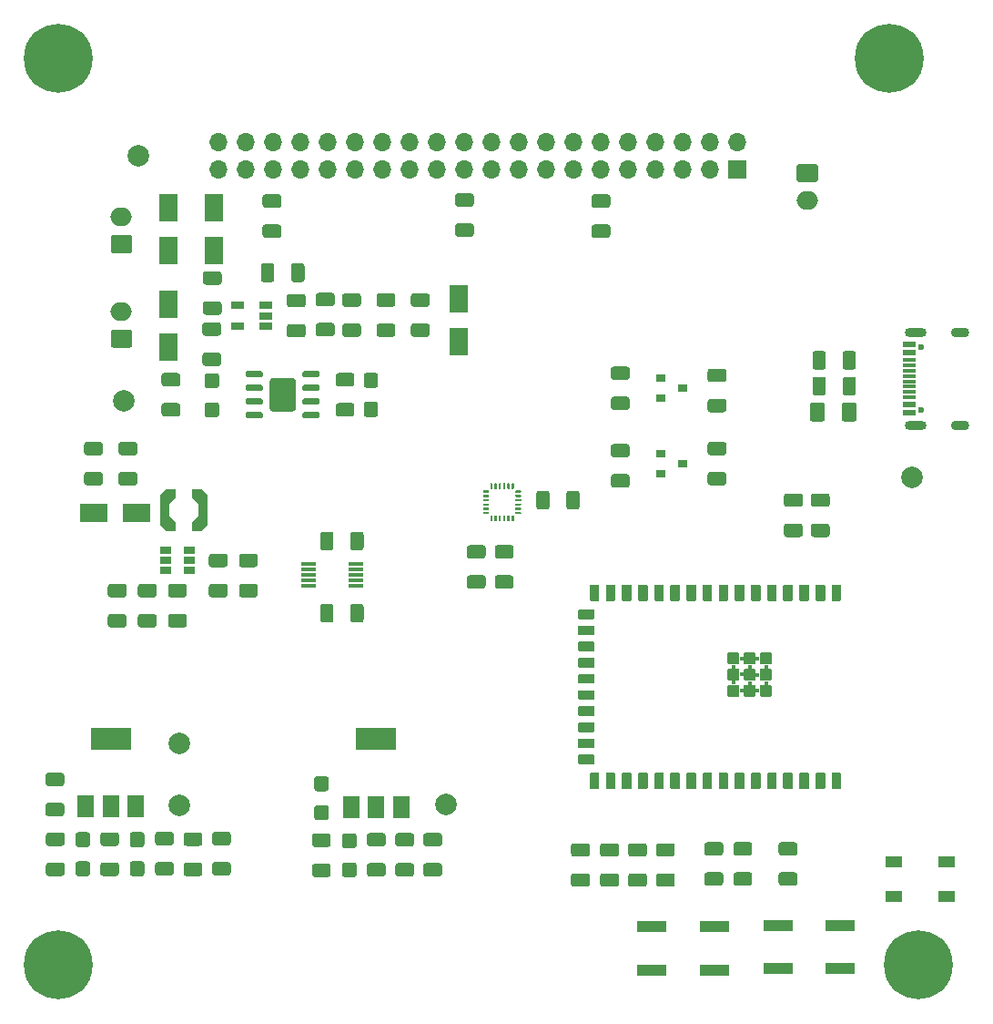
<source format=gbr>
G04 #@! TF.GenerationSoftware,KiCad,Pcbnew,(5.1.9)-1*
G04 #@! TF.CreationDate,2021-06-08T10:33:40+02:00*
G04 #@! TF.ProjectId,DynaQube,44796e61-5175-4626-952e-6b696361645f,v1.2*
G04 #@! TF.SameCoordinates,Original*
G04 #@! TF.FileFunction,Soldermask,Top*
G04 #@! TF.FilePolarity,Negative*
%FSLAX46Y46*%
G04 Gerber Fmt 4.6, Leading zero omitted, Abs format (unit mm)*
G04 Created by KiCad (PCBNEW (5.1.9)-1) date 2021-06-08 10:33:40*
%MOMM*%
%LPD*%
G01*
G04 APERTURE LIST*
%ADD10R,1.220000X0.650000*%
%ADD11R,1.800000X2.500000*%
%ADD12R,1.400000X0.300000*%
%ADD13O,1.700000X1.700000*%
%ADD14R,1.700000X1.700000*%
%ADD15R,1.060000X0.650000*%
%ADD16C,2.000000*%
%ADD17C,0.100000*%
%ADD18R,2.500000X1.800000*%
%ADD19O,2.000000X1.700000*%
%ADD20C,0.400000*%
%ADD21R,0.900000X0.800000*%
%ADD22R,1.500000X2.000000*%
%ADD23R,3.800000X2.000000*%
%ADD24R,2.800000X1.000000*%
%ADD25R,1.160000X0.600000*%
%ADD26C,0.600000*%
%ADD27R,1.160000X0.300000*%
%ADD28O,1.700000X0.900000*%
%ADD29O,2.000000X0.900000*%
%ADD30R,1.500000X1.000000*%
%ADD31C,6.400000*%
G04 APERTURE END LIST*
G36*
G01*
X57575000Y-75375000D02*
X56325000Y-75375000D01*
G75*
G02*
X56075000Y-75125000I0J250000D01*
G01*
X56075000Y-74375000D01*
G75*
G02*
X56325000Y-74125000I250000J0D01*
G01*
X57575000Y-74125000D01*
G75*
G02*
X57825000Y-74375000I0J-250000D01*
G01*
X57825000Y-75125000D01*
G75*
G02*
X57575000Y-75375000I-250000J0D01*
G01*
G37*
G36*
G01*
X57575000Y-78175000D02*
X56325000Y-78175000D01*
G75*
G02*
X56075000Y-77925000I0J250000D01*
G01*
X56075000Y-77175000D01*
G75*
G02*
X56325000Y-76925000I250000J0D01*
G01*
X57575000Y-76925000D01*
G75*
G02*
X57825000Y-77175000I0J-250000D01*
G01*
X57825000Y-77925000D01*
G75*
G02*
X57575000Y-78175000I-250000J0D01*
G01*
G37*
G36*
G01*
X39875001Y-125650000D02*
X39024999Y-125650000D01*
G75*
G02*
X38775000Y-125400001I0J249999D01*
G01*
X38775000Y-124499999D01*
G75*
G02*
X39024999Y-124250000I249999J0D01*
G01*
X39875001Y-124250000D01*
G75*
G02*
X40125000Y-124499999I0J-249999D01*
G01*
X40125000Y-125400001D01*
G75*
G02*
X39875001Y-125650000I-249999J0D01*
G01*
G37*
G36*
G01*
X39875001Y-128350000D02*
X39024999Y-128350000D01*
G75*
G02*
X38775000Y-128100001I0J249999D01*
G01*
X38775000Y-127199999D01*
G75*
G02*
X39024999Y-126950000I249999J0D01*
G01*
X39875001Y-126950000D01*
G75*
G02*
X40125000Y-127199999I0J-249999D01*
G01*
X40125000Y-128100001D01*
G75*
G02*
X39875001Y-128350000I-249999J0D01*
G01*
G37*
D10*
X48790000Y-77200000D03*
X48790000Y-75300000D03*
X51410000Y-75300000D03*
X51410000Y-76250000D03*
X51410000Y-77200000D03*
G36*
G01*
X45825000Y-74925000D02*
X47075000Y-74925000D01*
G75*
G02*
X47325000Y-75175000I0J-250000D01*
G01*
X47325000Y-75925000D01*
G75*
G02*
X47075000Y-76175000I-250000J0D01*
G01*
X45825000Y-76175000D01*
G75*
G02*
X45575000Y-75925000I0J250000D01*
G01*
X45575000Y-75175000D01*
G75*
G02*
X45825000Y-74925000I250000J0D01*
G01*
G37*
G36*
G01*
X45825000Y-72125000D02*
X47075000Y-72125000D01*
G75*
G02*
X47325000Y-72375000I0J-250000D01*
G01*
X47325000Y-73125000D01*
G75*
G02*
X47075000Y-73375000I-250000J0D01*
G01*
X45825000Y-73375000D01*
G75*
G02*
X45575000Y-73125000I0J250000D01*
G01*
X45575000Y-72375000D01*
G75*
G02*
X45825000Y-72125000I250000J0D01*
G01*
G37*
G36*
G01*
X52225000Y-71625000D02*
X52225000Y-72875000D01*
G75*
G02*
X51975000Y-73125000I-250000J0D01*
G01*
X51225000Y-73125000D01*
G75*
G02*
X50975000Y-72875000I0J250000D01*
G01*
X50975000Y-71625000D01*
G75*
G02*
X51225000Y-71375000I250000J0D01*
G01*
X51975000Y-71375000D01*
G75*
G02*
X52225000Y-71625000I0J-250000D01*
G01*
G37*
G36*
G01*
X55025000Y-71625000D02*
X55025000Y-72875000D01*
G75*
G02*
X54775000Y-73125000I-250000J0D01*
G01*
X54025000Y-73125000D01*
G75*
G02*
X53775000Y-72875000I0J250000D01*
G01*
X53775000Y-71625000D01*
G75*
G02*
X54025000Y-71375000I250000J0D01*
G01*
X54775000Y-71375000D01*
G75*
G02*
X55025000Y-71625000I0J-250000D01*
G01*
G37*
D11*
X69350000Y-78650000D03*
X69350000Y-74650000D03*
G36*
G01*
X45775000Y-79675000D02*
X47025000Y-79675000D01*
G75*
G02*
X47275000Y-79925000I0J-250000D01*
G01*
X47275000Y-80675000D01*
G75*
G02*
X47025000Y-80925000I-250000J0D01*
G01*
X45775000Y-80925000D01*
G75*
G02*
X45525000Y-80675000I0J250000D01*
G01*
X45525000Y-79925000D01*
G75*
G02*
X45775000Y-79675000I250000J0D01*
G01*
G37*
G36*
G01*
X45775000Y-76875000D02*
X47025000Y-76875000D01*
G75*
G02*
X47275000Y-77125000I0J-250000D01*
G01*
X47275000Y-77875000D01*
G75*
G02*
X47025000Y-78125000I-250000J0D01*
G01*
X45775000Y-78125000D01*
G75*
G02*
X45525000Y-77875000I0J250000D01*
G01*
X45525000Y-77125000D01*
G75*
G02*
X45775000Y-76875000I250000J0D01*
G01*
G37*
G36*
G01*
X54875000Y-75475000D02*
X53625000Y-75475000D01*
G75*
G02*
X53375000Y-75225000I0J250000D01*
G01*
X53375000Y-74475000D01*
G75*
G02*
X53625000Y-74225000I250000J0D01*
G01*
X54875000Y-74225000D01*
G75*
G02*
X55125000Y-74475000I0J-250000D01*
G01*
X55125000Y-75225000D01*
G75*
G02*
X54875000Y-75475000I-250000J0D01*
G01*
G37*
G36*
G01*
X54875000Y-78275000D02*
X53625000Y-78275000D01*
G75*
G02*
X53375000Y-78025000I0J250000D01*
G01*
X53375000Y-77275000D01*
G75*
G02*
X53625000Y-77025000I250000J0D01*
G01*
X54875000Y-77025000D01*
G75*
G02*
X55125000Y-77275000I0J-250000D01*
G01*
X55125000Y-78025000D01*
G75*
G02*
X54875000Y-78275000I-250000J0D01*
G01*
G37*
D12*
X59790000Y-99330000D03*
X59790000Y-99830000D03*
X59790000Y-100330000D03*
X59790000Y-100830000D03*
X59790000Y-101330000D03*
X55390000Y-101330000D03*
X55390000Y-100830000D03*
X55390000Y-100330000D03*
X55390000Y-99830000D03*
X55390000Y-99330000D03*
G36*
G01*
X57725000Y-96575000D02*
X57725000Y-97825000D01*
G75*
G02*
X57475000Y-98075000I-250000J0D01*
G01*
X56725000Y-98075000D01*
G75*
G02*
X56475000Y-97825000I0J250000D01*
G01*
X56475000Y-96575000D01*
G75*
G02*
X56725000Y-96325000I250000J0D01*
G01*
X57475000Y-96325000D01*
G75*
G02*
X57725000Y-96575000I0J-250000D01*
G01*
G37*
G36*
G01*
X60525000Y-96575000D02*
X60525000Y-97825000D01*
G75*
G02*
X60275000Y-98075000I-250000J0D01*
G01*
X59525000Y-98075000D01*
G75*
G02*
X59275000Y-97825000I0J250000D01*
G01*
X59275000Y-96575000D01*
G75*
G02*
X59525000Y-96325000I250000J0D01*
G01*
X60275000Y-96325000D01*
G75*
G02*
X60525000Y-96575000I0J-250000D01*
G01*
G37*
G36*
G01*
X57725000Y-103275000D02*
X57725000Y-104525000D01*
G75*
G02*
X57475000Y-104775000I-250000J0D01*
G01*
X56725000Y-104775000D01*
G75*
G02*
X56475000Y-104525000I0J250000D01*
G01*
X56475000Y-103275000D01*
G75*
G02*
X56725000Y-103025000I250000J0D01*
G01*
X57475000Y-103025000D01*
G75*
G02*
X57725000Y-103275000I0J-250000D01*
G01*
G37*
G36*
G01*
X60525000Y-103275000D02*
X60525000Y-104525000D01*
G75*
G02*
X60275000Y-104775000I-250000J0D01*
G01*
X59525000Y-104775000D01*
G75*
G02*
X59275000Y-104525000I0J250000D01*
G01*
X59275000Y-103275000D01*
G75*
G02*
X59525000Y-103025000I250000J0D01*
G01*
X60275000Y-103025000D01*
G75*
G02*
X60525000Y-103275000I0J-250000D01*
G01*
G37*
G36*
G01*
X81975000Y-67775000D02*
X83225000Y-67775000D01*
G75*
G02*
X83475000Y-68025000I0J-250000D01*
G01*
X83475000Y-68775000D01*
G75*
G02*
X83225000Y-69025000I-250000J0D01*
G01*
X81975000Y-69025000D01*
G75*
G02*
X81725000Y-68775000I0J250000D01*
G01*
X81725000Y-68025000D01*
G75*
G02*
X81975000Y-67775000I250000J0D01*
G01*
G37*
G36*
G01*
X81975000Y-64975000D02*
X83225000Y-64975000D01*
G75*
G02*
X83475000Y-65225000I0J-250000D01*
G01*
X83475000Y-65975000D01*
G75*
G02*
X83225000Y-66225000I-250000J0D01*
G01*
X81975000Y-66225000D01*
G75*
G02*
X81725000Y-65975000I0J250000D01*
G01*
X81725000Y-65225000D01*
G75*
G02*
X81975000Y-64975000I250000J0D01*
G01*
G37*
D13*
X47000000Y-60150000D03*
X47000000Y-62690000D03*
X49540000Y-60150000D03*
X49540000Y-62690000D03*
X52080000Y-60150000D03*
X52080000Y-62690000D03*
X54620000Y-60150000D03*
X54620000Y-62690000D03*
X57160000Y-60150000D03*
X57160000Y-62690000D03*
X59700000Y-60150000D03*
X59700000Y-62690000D03*
X62240000Y-60150000D03*
X62240000Y-62690000D03*
X64780000Y-60150000D03*
X64780000Y-62690000D03*
X67320000Y-60150000D03*
X67320000Y-62690000D03*
X69860000Y-60150000D03*
X69860000Y-62690000D03*
X72400000Y-60150000D03*
X72400000Y-62690000D03*
X74940000Y-60150000D03*
X74940000Y-62690000D03*
X77480000Y-60150000D03*
X77480000Y-62690000D03*
X80020000Y-60150000D03*
X80020000Y-62690000D03*
X82560000Y-60150000D03*
X82560000Y-62690000D03*
X85100000Y-60150000D03*
X85100000Y-62690000D03*
X87640000Y-60150000D03*
X87640000Y-62690000D03*
X90180000Y-60150000D03*
X90180000Y-62690000D03*
X92720000Y-60150000D03*
X92720000Y-62690000D03*
X95260000Y-60150000D03*
D14*
X95260000Y-62690000D03*
D15*
X44300000Y-99000000D03*
X44300000Y-98050000D03*
X44300000Y-99950000D03*
X42100000Y-99950000D03*
X42100000Y-99000000D03*
X42100000Y-98050000D03*
D16*
X38200000Y-84200000D03*
X39600000Y-61400000D03*
G36*
G01*
X41025000Y-102425000D02*
X39775000Y-102425000D01*
G75*
G02*
X39525000Y-102175000I0J250000D01*
G01*
X39525000Y-101425000D01*
G75*
G02*
X39775000Y-101175000I250000J0D01*
G01*
X41025000Y-101175000D01*
G75*
G02*
X41275000Y-101425000I0J-250000D01*
G01*
X41275000Y-102175000D01*
G75*
G02*
X41025000Y-102425000I-250000J0D01*
G01*
G37*
G36*
G01*
X41025000Y-105225000D02*
X39775000Y-105225000D01*
G75*
G02*
X39525000Y-104975000I0J250000D01*
G01*
X39525000Y-104225000D01*
G75*
G02*
X39775000Y-103975000I250000J0D01*
G01*
X41025000Y-103975000D01*
G75*
G02*
X41275000Y-104225000I0J-250000D01*
G01*
X41275000Y-104975000D01*
G75*
G02*
X41025000Y-105225000I-250000J0D01*
G01*
G37*
G36*
G01*
X38225000Y-102425000D02*
X36975000Y-102425000D01*
G75*
G02*
X36725000Y-102175000I0J250000D01*
G01*
X36725000Y-101425000D01*
G75*
G02*
X36975000Y-101175000I250000J0D01*
G01*
X38225000Y-101175000D01*
G75*
G02*
X38475000Y-101425000I0J-250000D01*
G01*
X38475000Y-102175000D01*
G75*
G02*
X38225000Y-102425000I-250000J0D01*
G01*
G37*
G36*
G01*
X38225000Y-105225000D02*
X36975000Y-105225000D01*
G75*
G02*
X36725000Y-104975000I0J250000D01*
G01*
X36725000Y-104225000D01*
G75*
G02*
X36975000Y-103975000I250000J0D01*
G01*
X38225000Y-103975000D01*
G75*
G02*
X38475000Y-104225000I0J-250000D01*
G01*
X38475000Y-104975000D01*
G75*
G02*
X38225000Y-105225000I-250000J0D01*
G01*
G37*
G36*
G01*
X43825000Y-102425000D02*
X42575000Y-102425000D01*
G75*
G02*
X42325000Y-102175000I0J250000D01*
G01*
X42325000Y-101425000D01*
G75*
G02*
X42575000Y-101175000I250000J0D01*
G01*
X43825000Y-101175000D01*
G75*
G02*
X44075000Y-101425000I0J-250000D01*
G01*
X44075000Y-102175000D01*
G75*
G02*
X43825000Y-102425000I-250000J0D01*
G01*
G37*
G36*
G01*
X43825000Y-105225000D02*
X42575000Y-105225000D01*
G75*
G02*
X42325000Y-104975000I0J250000D01*
G01*
X42325000Y-104225000D01*
G75*
G02*
X42575000Y-103975000I250000J0D01*
G01*
X43825000Y-103975000D01*
G75*
G02*
X44075000Y-104225000I0J-250000D01*
G01*
X44075000Y-104975000D01*
G75*
G02*
X43825000Y-105225000I-250000J0D01*
G01*
G37*
D17*
G36*
X44550000Y-95470000D02*
G01*
X45130000Y-94875000D01*
X45130000Y-93725000D01*
X44550000Y-93130000D01*
X44550000Y-92355000D01*
X45440000Y-92355000D01*
X46000000Y-92905000D01*
X46000000Y-95695000D01*
X45440000Y-96245000D01*
X44550000Y-96245000D01*
X44550000Y-95470000D01*
G37*
G36*
X41600000Y-95695000D02*
G01*
X41600000Y-92905000D01*
X42160000Y-92355000D01*
X43050000Y-92355000D01*
X43050000Y-93130000D01*
X42470000Y-93725000D01*
X42470000Y-94875000D01*
X43050000Y-95470000D01*
X43050000Y-96245000D01*
X42160000Y-96245000D01*
X41600000Y-95695000D01*
G37*
D18*
X39400000Y-94600000D03*
X35400000Y-94600000D03*
G36*
G01*
X46375000Y-101175000D02*
X47625000Y-101175000D01*
G75*
G02*
X47875000Y-101425000I0J-250000D01*
G01*
X47875000Y-102175000D01*
G75*
G02*
X47625000Y-102425000I-250000J0D01*
G01*
X46375000Y-102425000D01*
G75*
G02*
X46125000Y-102175000I0J250000D01*
G01*
X46125000Y-101425000D01*
G75*
G02*
X46375000Y-101175000I250000J0D01*
G01*
G37*
G36*
G01*
X46375000Y-98375000D02*
X47625000Y-98375000D01*
G75*
G02*
X47875000Y-98625000I0J-250000D01*
G01*
X47875000Y-99375000D01*
G75*
G02*
X47625000Y-99625000I-250000J0D01*
G01*
X46375000Y-99625000D01*
G75*
G02*
X46125000Y-99375000I0J250000D01*
G01*
X46125000Y-98625000D01*
G75*
G02*
X46375000Y-98375000I250000J0D01*
G01*
G37*
G36*
G01*
X49175000Y-101175000D02*
X50425000Y-101175000D01*
G75*
G02*
X50675000Y-101425000I0J-250000D01*
G01*
X50675000Y-102175000D01*
G75*
G02*
X50425000Y-102425000I-250000J0D01*
G01*
X49175000Y-102425000D01*
G75*
G02*
X48925000Y-102175000I0J250000D01*
G01*
X48925000Y-101425000D01*
G75*
G02*
X49175000Y-101175000I250000J0D01*
G01*
G37*
G36*
G01*
X49175000Y-98375000D02*
X50425000Y-98375000D01*
G75*
G02*
X50675000Y-98625000I0J-250000D01*
G01*
X50675000Y-99375000D01*
G75*
G02*
X50425000Y-99625000I-250000J0D01*
G01*
X49175000Y-99625000D01*
G75*
G02*
X48925000Y-99375000I0J250000D01*
G01*
X48925000Y-98625000D01*
G75*
G02*
X49175000Y-98375000I250000J0D01*
G01*
G37*
G36*
G01*
X36025000Y-89225000D02*
X34775000Y-89225000D01*
G75*
G02*
X34525000Y-88975000I0J250000D01*
G01*
X34525000Y-88225000D01*
G75*
G02*
X34775000Y-87975000I250000J0D01*
G01*
X36025000Y-87975000D01*
G75*
G02*
X36275000Y-88225000I0J-250000D01*
G01*
X36275000Y-88975000D01*
G75*
G02*
X36025000Y-89225000I-250000J0D01*
G01*
G37*
G36*
G01*
X36025000Y-92025000D02*
X34775000Y-92025000D01*
G75*
G02*
X34525000Y-91775000I0J250000D01*
G01*
X34525000Y-91025000D01*
G75*
G02*
X34775000Y-90775000I250000J0D01*
G01*
X36025000Y-90775000D01*
G75*
G02*
X36275000Y-91025000I0J-250000D01*
G01*
X36275000Y-91775000D01*
G75*
G02*
X36025000Y-92025000I-250000J0D01*
G01*
G37*
G36*
G01*
X39225000Y-89225000D02*
X37975000Y-89225000D01*
G75*
G02*
X37725000Y-88975000I0J250000D01*
G01*
X37725000Y-88225000D01*
G75*
G02*
X37975000Y-87975000I250000J0D01*
G01*
X39225000Y-87975000D01*
G75*
G02*
X39475000Y-88225000I0J-250000D01*
G01*
X39475000Y-88975000D01*
G75*
G02*
X39225000Y-89225000I-250000J0D01*
G01*
G37*
G36*
G01*
X39225000Y-92025000D02*
X37975000Y-92025000D01*
G75*
G02*
X37725000Y-91775000I0J250000D01*
G01*
X37725000Y-91025000D01*
G75*
G02*
X37975000Y-90775000I250000J0D01*
G01*
X39225000Y-90775000D01*
G75*
G02*
X39475000Y-91025000I0J-250000D01*
G01*
X39475000Y-91775000D01*
G75*
G02*
X39225000Y-92025000I-250000J0D01*
G01*
G37*
D11*
X42400000Y-70200000D03*
X42400000Y-66200000D03*
G36*
G01*
X54850000Y-81845000D02*
X54850000Y-81545000D01*
G75*
G02*
X55000000Y-81395000I150000J0D01*
G01*
X56300000Y-81395000D01*
G75*
G02*
X56450000Y-81545000I0J-150000D01*
G01*
X56450000Y-81845000D01*
G75*
G02*
X56300000Y-81995000I-150000J0D01*
G01*
X55000000Y-81995000D01*
G75*
G02*
X54850000Y-81845000I0J150000D01*
G01*
G37*
G36*
G01*
X54850000Y-83115000D02*
X54850000Y-82815000D01*
G75*
G02*
X55000000Y-82665000I150000J0D01*
G01*
X56300000Y-82665000D01*
G75*
G02*
X56450000Y-82815000I0J-150000D01*
G01*
X56450000Y-83115000D01*
G75*
G02*
X56300000Y-83265000I-150000J0D01*
G01*
X55000000Y-83265000D01*
G75*
G02*
X54850000Y-83115000I0J150000D01*
G01*
G37*
G36*
G01*
X54850000Y-84385000D02*
X54850000Y-84085000D01*
G75*
G02*
X55000000Y-83935000I150000J0D01*
G01*
X56300000Y-83935000D01*
G75*
G02*
X56450000Y-84085000I0J-150000D01*
G01*
X56450000Y-84385000D01*
G75*
G02*
X56300000Y-84535000I-150000J0D01*
G01*
X55000000Y-84535000D01*
G75*
G02*
X54850000Y-84385000I0J150000D01*
G01*
G37*
G36*
G01*
X54850000Y-85655000D02*
X54850000Y-85355000D01*
G75*
G02*
X55000000Y-85205000I150000J0D01*
G01*
X56300000Y-85205000D01*
G75*
G02*
X56450000Y-85355000I0J-150000D01*
G01*
X56450000Y-85655000D01*
G75*
G02*
X56300000Y-85805000I-150000J0D01*
G01*
X55000000Y-85805000D01*
G75*
G02*
X54850000Y-85655000I0J150000D01*
G01*
G37*
G36*
G01*
X49550000Y-85655000D02*
X49550000Y-85355000D01*
G75*
G02*
X49700000Y-85205000I150000J0D01*
G01*
X51000000Y-85205000D01*
G75*
G02*
X51150000Y-85355000I0J-150000D01*
G01*
X51150000Y-85655000D01*
G75*
G02*
X51000000Y-85805000I-150000J0D01*
G01*
X49700000Y-85805000D01*
G75*
G02*
X49550000Y-85655000I0J150000D01*
G01*
G37*
G36*
G01*
X49550000Y-84385000D02*
X49550000Y-84085000D01*
G75*
G02*
X49700000Y-83935000I150000J0D01*
G01*
X51000000Y-83935000D01*
G75*
G02*
X51150000Y-84085000I0J-150000D01*
G01*
X51150000Y-84385000D01*
G75*
G02*
X51000000Y-84535000I-150000J0D01*
G01*
X49700000Y-84535000D01*
G75*
G02*
X49550000Y-84385000I0J150000D01*
G01*
G37*
G36*
G01*
X49550000Y-83115000D02*
X49550000Y-82815000D01*
G75*
G02*
X49700000Y-82665000I150000J0D01*
G01*
X51000000Y-82665000D01*
G75*
G02*
X51150000Y-82815000I0J-150000D01*
G01*
X51150000Y-83115000D01*
G75*
G02*
X51000000Y-83265000I-150000J0D01*
G01*
X49700000Y-83265000D01*
G75*
G02*
X49550000Y-83115000I0J150000D01*
G01*
G37*
G36*
G01*
X49550000Y-81845000D02*
X49550000Y-81545000D01*
G75*
G02*
X49700000Y-81395000I150000J0D01*
G01*
X51000000Y-81395000D01*
G75*
G02*
X51150000Y-81545000I0J-150000D01*
G01*
X51150000Y-81845000D01*
G75*
G02*
X51000000Y-81995000I-150000J0D01*
G01*
X49700000Y-81995000D01*
G75*
G02*
X49550000Y-81845000I0J150000D01*
G01*
G37*
G36*
G01*
X51795000Y-84899360D02*
X51795000Y-82300640D01*
G75*
G02*
X52045640Y-82050000I250640J0D01*
G01*
X53954360Y-82050000D01*
G75*
G02*
X54205000Y-82300640I0J-250640D01*
G01*
X54205000Y-84899360D01*
G75*
G02*
X53954360Y-85150000I-250640J0D01*
G01*
X52045640Y-85150000D01*
G75*
G02*
X51795000Y-84899360I0J250640D01*
G01*
G37*
G36*
G01*
X58775000Y-76975000D02*
X60025000Y-76975000D01*
G75*
G02*
X60275000Y-77225000I0J-250000D01*
G01*
X60275000Y-77975000D01*
G75*
G02*
X60025000Y-78225000I-250000J0D01*
G01*
X58775000Y-78225000D01*
G75*
G02*
X58525000Y-77975000I0J250000D01*
G01*
X58525000Y-77225000D01*
G75*
G02*
X58775000Y-76975000I250000J0D01*
G01*
G37*
G36*
G01*
X58775000Y-74175000D02*
X60025000Y-74175000D01*
G75*
G02*
X60275000Y-74425000I0J-250000D01*
G01*
X60275000Y-75175000D01*
G75*
G02*
X60025000Y-75425000I-250000J0D01*
G01*
X58775000Y-75425000D01*
G75*
G02*
X58525000Y-75175000I0J250000D01*
G01*
X58525000Y-74425000D01*
G75*
G02*
X58775000Y-74175000I250000J0D01*
G01*
G37*
G36*
G01*
X41975000Y-84375000D02*
X43225000Y-84375000D01*
G75*
G02*
X43475000Y-84625000I0J-250000D01*
G01*
X43475000Y-85375000D01*
G75*
G02*
X43225000Y-85625000I-250000J0D01*
G01*
X41975000Y-85625000D01*
G75*
G02*
X41725000Y-85375000I0J250000D01*
G01*
X41725000Y-84625000D01*
G75*
G02*
X41975000Y-84375000I250000J0D01*
G01*
G37*
G36*
G01*
X41975000Y-81575000D02*
X43225000Y-81575000D01*
G75*
G02*
X43475000Y-81825000I0J-250000D01*
G01*
X43475000Y-82575000D01*
G75*
G02*
X43225000Y-82825000I-250000J0D01*
G01*
X41975000Y-82825000D01*
G75*
G02*
X41725000Y-82575000I0J250000D01*
G01*
X41725000Y-81825000D01*
G75*
G02*
X41975000Y-81575000I250000J0D01*
G01*
G37*
G36*
G01*
X59425000Y-82825000D02*
X58175000Y-82825000D01*
G75*
G02*
X57925000Y-82575000I0J250000D01*
G01*
X57925000Y-81825000D01*
G75*
G02*
X58175000Y-81575000I250000J0D01*
G01*
X59425000Y-81575000D01*
G75*
G02*
X59675000Y-81825000I0J-250000D01*
G01*
X59675000Y-82575000D01*
G75*
G02*
X59425000Y-82825000I-250000J0D01*
G01*
G37*
G36*
G01*
X59425000Y-85625000D02*
X58175000Y-85625000D01*
G75*
G02*
X57925000Y-85375000I0J250000D01*
G01*
X57925000Y-84625000D01*
G75*
G02*
X58175000Y-84375000I250000J0D01*
G01*
X59425000Y-84375000D01*
G75*
G02*
X59675000Y-84625000I0J-250000D01*
G01*
X59675000Y-85375000D01*
G75*
G02*
X59425000Y-85625000I-250000J0D01*
G01*
G37*
D19*
X101800000Y-65500000D03*
G36*
G01*
X101050000Y-62150000D02*
X102550000Y-62150000D01*
G75*
G02*
X102800000Y-62400000I0J-250000D01*
G01*
X102800000Y-63600000D01*
G75*
G02*
X102550000Y-63850000I-250000J0D01*
G01*
X101050000Y-63850000D01*
G75*
G02*
X100800000Y-63600000I0J250000D01*
G01*
X100800000Y-62400000D01*
G75*
G02*
X101050000Y-62150000I250000J0D01*
G01*
G37*
G36*
G01*
X66425000Y-75425000D02*
X65175000Y-75425000D01*
G75*
G02*
X64925000Y-75175000I0J250000D01*
G01*
X64925000Y-74425000D01*
G75*
G02*
X65175000Y-74175000I250000J0D01*
G01*
X66425000Y-74175000D01*
G75*
G02*
X66675000Y-74425000I0J-250000D01*
G01*
X66675000Y-75175000D01*
G75*
G02*
X66425000Y-75425000I-250000J0D01*
G01*
G37*
G36*
G01*
X66425000Y-78225000D02*
X65175000Y-78225000D01*
G75*
G02*
X64925000Y-77975000I0J250000D01*
G01*
X64925000Y-77225000D01*
G75*
G02*
X65175000Y-76975000I250000J0D01*
G01*
X66425000Y-76975000D01*
G75*
G02*
X66675000Y-77225000I0J-250000D01*
G01*
X66675000Y-77975000D01*
G75*
G02*
X66425000Y-78225000I-250000J0D01*
G01*
G37*
G36*
G01*
X63225000Y-75425000D02*
X61975000Y-75425000D01*
G75*
G02*
X61725000Y-75175000I0J250000D01*
G01*
X61725000Y-74425000D01*
G75*
G02*
X61975000Y-74175000I250000J0D01*
G01*
X63225000Y-74175000D01*
G75*
G02*
X63475000Y-74425000I0J-250000D01*
G01*
X63475000Y-75175000D01*
G75*
G02*
X63225000Y-75425000I-250000J0D01*
G01*
G37*
G36*
G01*
X63225000Y-78225000D02*
X61975000Y-78225000D01*
G75*
G02*
X61725000Y-77975000I0J250000D01*
G01*
X61725000Y-77225000D01*
G75*
G02*
X61975000Y-76975000I250000J0D01*
G01*
X63225000Y-76975000D01*
G75*
G02*
X63475000Y-77225000I0J-250000D01*
G01*
X63475000Y-77975000D01*
G75*
G02*
X63225000Y-78225000I-250000J0D01*
G01*
G37*
D11*
X46600000Y-70200000D03*
X46600000Y-66200000D03*
X42400000Y-79200000D03*
X42400000Y-75200000D03*
G36*
G01*
X61625001Y-82950000D02*
X60774999Y-82950000D01*
G75*
G02*
X60525000Y-82700001I0J249999D01*
G01*
X60525000Y-81799999D01*
G75*
G02*
X60774999Y-81550000I249999J0D01*
G01*
X61625001Y-81550000D01*
G75*
G02*
X61875000Y-81799999I0J-249999D01*
G01*
X61875000Y-82700001D01*
G75*
G02*
X61625001Y-82950000I-249999J0D01*
G01*
G37*
G36*
G01*
X61625001Y-85650000D02*
X60774999Y-85650000D01*
G75*
G02*
X60525000Y-85400001I0J249999D01*
G01*
X60525000Y-84499999D01*
G75*
G02*
X60774999Y-84250000I249999J0D01*
G01*
X61625001Y-84250000D01*
G75*
G02*
X61875000Y-84499999I0J-249999D01*
G01*
X61875000Y-85400001D01*
G75*
G02*
X61625001Y-85650000I-249999J0D01*
G01*
G37*
G36*
G01*
X46825001Y-83000000D02*
X45974999Y-83000000D01*
G75*
G02*
X45725000Y-82750001I0J249999D01*
G01*
X45725000Y-81849999D01*
G75*
G02*
X45974999Y-81600000I249999J0D01*
G01*
X46825001Y-81600000D01*
G75*
G02*
X47075000Y-81849999I0J-249999D01*
G01*
X47075000Y-82750001D01*
G75*
G02*
X46825001Y-83000000I-249999J0D01*
G01*
G37*
G36*
G01*
X46825001Y-85700000D02*
X45974999Y-85700000D01*
G75*
G02*
X45725000Y-85450001I0J249999D01*
G01*
X45725000Y-84549999D01*
G75*
G02*
X45974999Y-84300000I249999J0D01*
G01*
X46825001Y-84300000D01*
G75*
G02*
X47075000Y-84549999I0J-249999D01*
G01*
X47075000Y-85450001D01*
G75*
G02*
X46825001Y-85700000I-249999J0D01*
G01*
G37*
G36*
G01*
X99375000Y-127975000D02*
X100625000Y-127975000D01*
G75*
G02*
X100875000Y-128225000I0J-250000D01*
G01*
X100875000Y-128975000D01*
G75*
G02*
X100625000Y-129225000I-250000J0D01*
G01*
X99375000Y-129225000D01*
G75*
G02*
X99125000Y-128975000I0J250000D01*
G01*
X99125000Y-128225000D01*
G75*
G02*
X99375000Y-127975000I250000J0D01*
G01*
G37*
G36*
G01*
X99375000Y-125175000D02*
X100625000Y-125175000D01*
G75*
G02*
X100875000Y-125425000I0J-250000D01*
G01*
X100875000Y-126175000D01*
G75*
G02*
X100625000Y-126425000I-250000J0D01*
G01*
X99375000Y-126425000D01*
G75*
G02*
X99125000Y-126175000I0J250000D01*
G01*
X99125000Y-125425000D01*
G75*
G02*
X99375000Y-125175000I250000J0D01*
G01*
G37*
D20*
X95693200Y-109573200D03*
X97166400Y-109624000D03*
X96506000Y-110386000D03*
X96455200Y-108862000D03*
X95693200Y-108100000D03*
X94982000Y-108862000D03*
X94982000Y-110335200D03*
X95693200Y-111097200D03*
X97166400Y-111097200D03*
X97979200Y-110386000D03*
X97979200Y-108862000D03*
X97166400Y-108100000D03*
G36*
G01*
X95388100Y-111660000D02*
X94461900Y-111660000D01*
G75*
G02*
X94375000Y-111573100I0J86900D01*
G01*
X94375000Y-110646900D01*
G75*
G02*
X94461900Y-110560000I86900J0D01*
G01*
X95388100Y-110560000D01*
G75*
G02*
X95475000Y-110646900I0J-86900D01*
G01*
X95475000Y-111573100D01*
G75*
G02*
X95388100Y-111660000I-86900J0D01*
G01*
G37*
G36*
G01*
X95388100Y-110160000D02*
X94461900Y-110160000D01*
G75*
G02*
X94375000Y-110073100I0J86900D01*
G01*
X94375000Y-109146900D01*
G75*
G02*
X94461900Y-109060000I86900J0D01*
G01*
X95388100Y-109060000D01*
G75*
G02*
X95475000Y-109146900I0J-86900D01*
G01*
X95475000Y-110073100D01*
G75*
G02*
X95388100Y-110160000I-86900J0D01*
G01*
G37*
G36*
G01*
X95388100Y-108660000D02*
X94461900Y-108660000D01*
G75*
G02*
X94375000Y-108573100I0J86900D01*
G01*
X94375000Y-107646900D01*
G75*
G02*
X94461900Y-107560000I86900J0D01*
G01*
X95388100Y-107560000D01*
G75*
G02*
X95475000Y-107646900I0J-86900D01*
G01*
X95475000Y-108573100D01*
G75*
G02*
X95388100Y-108660000I-86900J0D01*
G01*
G37*
G36*
G01*
X96888100Y-111660000D02*
X95961900Y-111660000D01*
G75*
G02*
X95875000Y-111573100I0J86900D01*
G01*
X95875000Y-110646900D01*
G75*
G02*
X95961900Y-110560000I86900J0D01*
G01*
X96888100Y-110560000D01*
G75*
G02*
X96975000Y-110646900I0J-86900D01*
G01*
X96975000Y-111573100D01*
G75*
G02*
X96888100Y-111660000I-86900J0D01*
G01*
G37*
G36*
G01*
X96888100Y-110160000D02*
X95961900Y-110160000D01*
G75*
G02*
X95875000Y-110073100I0J86900D01*
G01*
X95875000Y-109146900D01*
G75*
G02*
X95961900Y-109060000I86900J0D01*
G01*
X96888100Y-109060000D01*
G75*
G02*
X96975000Y-109146900I0J-86900D01*
G01*
X96975000Y-110073100D01*
G75*
G02*
X96888100Y-110160000I-86900J0D01*
G01*
G37*
G36*
G01*
X96888100Y-108660000D02*
X95961900Y-108660000D01*
G75*
G02*
X95875000Y-108573100I0J86900D01*
G01*
X95875000Y-107646900D01*
G75*
G02*
X95961900Y-107560000I86900J0D01*
G01*
X96888100Y-107560000D01*
G75*
G02*
X96975000Y-107646900I0J-86900D01*
G01*
X96975000Y-108573100D01*
G75*
G02*
X96888100Y-108660000I-86900J0D01*
G01*
G37*
G36*
G01*
X98388100Y-111660000D02*
X97461900Y-111660000D01*
G75*
G02*
X97375000Y-111573100I0J86900D01*
G01*
X97375000Y-110646900D01*
G75*
G02*
X97461900Y-110560000I86900J0D01*
G01*
X98388100Y-110560000D01*
G75*
G02*
X98475000Y-110646900I0J-86900D01*
G01*
X98475000Y-111573100D01*
G75*
G02*
X98388100Y-111660000I-86900J0D01*
G01*
G37*
G36*
G01*
X98388100Y-110160000D02*
X97461900Y-110160000D01*
G75*
G02*
X97375000Y-110073100I0J86900D01*
G01*
X97375000Y-109146900D01*
G75*
G02*
X97461900Y-109060000I86900J0D01*
G01*
X98388100Y-109060000D01*
G75*
G02*
X98475000Y-109146900I0J-86900D01*
G01*
X98475000Y-110073100D01*
G75*
G02*
X98388100Y-110160000I-86900J0D01*
G01*
G37*
G36*
G01*
X98388100Y-108660000D02*
X97461900Y-108660000D01*
G75*
G02*
X97375000Y-108573100I0J86900D01*
G01*
X97375000Y-107646900D01*
G75*
G02*
X97461900Y-107560000I86900J0D01*
G01*
X98388100Y-107560000D01*
G75*
G02*
X98475000Y-107646900I0J-86900D01*
G01*
X98475000Y-108573100D01*
G75*
G02*
X98388100Y-108660000I-86900J0D01*
G01*
G37*
G36*
G01*
X104878900Y-120250000D02*
X104121100Y-120250000D01*
G75*
G02*
X104050000Y-120178900I0J71100D01*
G01*
X104050000Y-118821100D01*
G75*
G02*
X104121100Y-118750000I71100J0D01*
G01*
X104878900Y-118750000D01*
G75*
G02*
X104950000Y-118821100I0J-71100D01*
G01*
X104950000Y-120178900D01*
G75*
G02*
X104878900Y-120250000I-71100J0D01*
G01*
G37*
G36*
G01*
X103378900Y-120250000D02*
X102621100Y-120250000D01*
G75*
G02*
X102550000Y-120178900I0J71100D01*
G01*
X102550000Y-118821100D01*
G75*
G02*
X102621100Y-118750000I71100J0D01*
G01*
X103378900Y-118750000D01*
G75*
G02*
X103450000Y-118821100I0J-71100D01*
G01*
X103450000Y-120178900D01*
G75*
G02*
X103378900Y-120250000I-71100J0D01*
G01*
G37*
G36*
G01*
X101878900Y-120250000D02*
X101121100Y-120250000D01*
G75*
G02*
X101050000Y-120178900I0J71100D01*
G01*
X101050000Y-118821100D01*
G75*
G02*
X101121100Y-118750000I71100J0D01*
G01*
X101878900Y-118750000D01*
G75*
G02*
X101950000Y-118821100I0J-71100D01*
G01*
X101950000Y-120178900D01*
G75*
G02*
X101878900Y-120250000I-71100J0D01*
G01*
G37*
G36*
G01*
X100378900Y-120250000D02*
X99621100Y-120250000D01*
G75*
G02*
X99550000Y-120178900I0J71100D01*
G01*
X99550000Y-118821100D01*
G75*
G02*
X99621100Y-118750000I71100J0D01*
G01*
X100378900Y-118750000D01*
G75*
G02*
X100450000Y-118821100I0J-71100D01*
G01*
X100450000Y-120178900D01*
G75*
G02*
X100378900Y-120250000I-71100J0D01*
G01*
G37*
G36*
G01*
X98878900Y-120250000D02*
X98121100Y-120250000D01*
G75*
G02*
X98050000Y-120178900I0J71100D01*
G01*
X98050000Y-118821100D01*
G75*
G02*
X98121100Y-118750000I71100J0D01*
G01*
X98878900Y-118750000D01*
G75*
G02*
X98950000Y-118821100I0J-71100D01*
G01*
X98950000Y-120178900D01*
G75*
G02*
X98878900Y-120250000I-71100J0D01*
G01*
G37*
G36*
G01*
X97378900Y-120250000D02*
X96621100Y-120250000D01*
G75*
G02*
X96550000Y-120178900I0J71100D01*
G01*
X96550000Y-118821100D01*
G75*
G02*
X96621100Y-118750000I71100J0D01*
G01*
X97378900Y-118750000D01*
G75*
G02*
X97450000Y-118821100I0J-71100D01*
G01*
X97450000Y-120178900D01*
G75*
G02*
X97378900Y-120250000I-71100J0D01*
G01*
G37*
G36*
G01*
X95878900Y-120250000D02*
X95121100Y-120250000D01*
G75*
G02*
X95050000Y-120178900I0J71100D01*
G01*
X95050000Y-118821100D01*
G75*
G02*
X95121100Y-118750000I71100J0D01*
G01*
X95878900Y-118750000D01*
G75*
G02*
X95950000Y-118821100I0J-71100D01*
G01*
X95950000Y-120178900D01*
G75*
G02*
X95878900Y-120250000I-71100J0D01*
G01*
G37*
G36*
G01*
X94378900Y-120250000D02*
X93621100Y-120250000D01*
G75*
G02*
X93550000Y-120178900I0J71100D01*
G01*
X93550000Y-118821100D01*
G75*
G02*
X93621100Y-118750000I71100J0D01*
G01*
X94378900Y-118750000D01*
G75*
G02*
X94450000Y-118821100I0J-71100D01*
G01*
X94450000Y-120178900D01*
G75*
G02*
X94378900Y-120250000I-71100J0D01*
G01*
G37*
G36*
G01*
X92878900Y-120250000D02*
X92121100Y-120250000D01*
G75*
G02*
X92050000Y-120178900I0J71100D01*
G01*
X92050000Y-118821100D01*
G75*
G02*
X92121100Y-118750000I71100J0D01*
G01*
X92878900Y-118750000D01*
G75*
G02*
X92950000Y-118821100I0J-71100D01*
G01*
X92950000Y-120178900D01*
G75*
G02*
X92878900Y-120250000I-71100J0D01*
G01*
G37*
G36*
G01*
X91378900Y-120250000D02*
X90621100Y-120250000D01*
G75*
G02*
X90550000Y-120178900I0J71100D01*
G01*
X90550000Y-118821100D01*
G75*
G02*
X90621100Y-118750000I71100J0D01*
G01*
X91378900Y-118750000D01*
G75*
G02*
X91450000Y-118821100I0J-71100D01*
G01*
X91450000Y-120178900D01*
G75*
G02*
X91378900Y-120250000I-71100J0D01*
G01*
G37*
G36*
G01*
X89878900Y-120250000D02*
X89121100Y-120250000D01*
G75*
G02*
X89050000Y-120178900I0J71100D01*
G01*
X89050000Y-118821100D01*
G75*
G02*
X89121100Y-118750000I71100J0D01*
G01*
X89878900Y-118750000D01*
G75*
G02*
X89950000Y-118821100I0J-71100D01*
G01*
X89950000Y-120178900D01*
G75*
G02*
X89878900Y-120250000I-71100J0D01*
G01*
G37*
G36*
G01*
X88378900Y-120250000D02*
X87621100Y-120250000D01*
G75*
G02*
X87550000Y-120178900I0J71100D01*
G01*
X87550000Y-118821100D01*
G75*
G02*
X87621100Y-118750000I71100J0D01*
G01*
X88378900Y-118750000D01*
G75*
G02*
X88450000Y-118821100I0J-71100D01*
G01*
X88450000Y-120178900D01*
G75*
G02*
X88378900Y-120250000I-71100J0D01*
G01*
G37*
G36*
G01*
X86878900Y-120250000D02*
X86121100Y-120250000D01*
G75*
G02*
X86050000Y-120178900I0J71100D01*
G01*
X86050000Y-118821100D01*
G75*
G02*
X86121100Y-118750000I71100J0D01*
G01*
X86878900Y-118750000D01*
G75*
G02*
X86950000Y-118821100I0J-71100D01*
G01*
X86950000Y-120178900D01*
G75*
G02*
X86878900Y-120250000I-71100J0D01*
G01*
G37*
G36*
G01*
X85378900Y-120250000D02*
X84621100Y-120250000D01*
G75*
G02*
X84550000Y-120178900I0J71100D01*
G01*
X84550000Y-118821100D01*
G75*
G02*
X84621100Y-118750000I71100J0D01*
G01*
X85378900Y-118750000D01*
G75*
G02*
X85450000Y-118821100I0J-71100D01*
G01*
X85450000Y-120178900D01*
G75*
G02*
X85378900Y-120250000I-71100J0D01*
G01*
G37*
G36*
G01*
X83878900Y-120250000D02*
X83121100Y-120250000D01*
G75*
G02*
X83050000Y-120178900I0J71100D01*
G01*
X83050000Y-118821100D01*
G75*
G02*
X83121100Y-118750000I71100J0D01*
G01*
X83878900Y-118750000D01*
G75*
G02*
X83950000Y-118821100I0J-71100D01*
G01*
X83950000Y-120178900D01*
G75*
G02*
X83878900Y-120250000I-71100J0D01*
G01*
G37*
G36*
G01*
X82378900Y-120250000D02*
X81621100Y-120250000D01*
G75*
G02*
X81550000Y-120178900I0J71100D01*
G01*
X81550000Y-118821100D01*
G75*
G02*
X81621100Y-118750000I71100J0D01*
G01*
X82378900Y-118750000D01*
G75*
G02*
X82450000Y-118821100I0J-71100D01*
G01*
X82450000Y-120178900D01*
G75*
G02*
X82378900Y-120250000I-71100J0D01*
G01*
G37*
G36*
G01*
X80500000Y-117878900D02*
X80500000Y-117121100D01*
G75*
G02*
X80571100Y-117050000I71100J0D01*
G01*
X81928900Y-117050000D01*
G75*
G02*
X82000000Y-117121100I0J-71100D01*
G01*
X82000000Y-117878900D01*
G75*
G02*
X81928900Y-117950000I-71100J0D01*
G01*
X80571100Y-117950000D01*
G75*
G02*
X80500000Y-117878900I0J71100D01*
G01*
G37*
G36*
G01*
X80500000Y-116378900D02*
X80500000Y-115621100D01*
G75*
G02*
X80571100Y-115550000I71100J0D01*
G01*
X81928900Y-115550000D01*
G75*
G02*
X82000000Y-115621100I0J-71100D01*
G01*
X82000000Y-116378900D01*
G75*
G02*
X81928900Y-116450000I-71100J0D01*
G01*
X80571100Y-116450000D01*
G75*
G02*
X80500000Y-116378900I0J71100D01*
G01*
G37*
G36*
G01*
X80500000Y-114878900D02*
X80500000Y-114121100D01*
G75*
G02*
X80571100Y-114050000I71100J0D01*
G01*
X81928900Y-114050000D01*
G75*
G02*
X82000000Y-114121100I0J-71100D01*
G01*
X82000000Y-114878900D01*
G75*
G02*
X81928900Y-114950000I-71100J0D01*
G01*
X80571100Y-114950000D01*
G75*
G02*
X80500000Y-114878900I0J71100D01*
G01*
G37*
G36*
G01*
X80500000Y-113378900D02*
X80500000Y-112621100D01*
G75*
G02*
X80571100Y-112550000I71100J0D01*
G01*
X81928900Y-112550000D01*
G75*
G02*
X82000000Y-112621100I0J-71100D01*
G01*
X82000000Y-113378900D01*
G75*
G02*
X81928900Y-113450000I-71100J0D01*
G01*
X80571100Y-113450000D01*
G75*
G02*
X80500000Y-113378900I0J71100D01*
G01*
G37*
G36*
G01*
X80500000Y-111878900D02*
X80500000Y-111121100D01*
G75*
G02*
X80571100Y-111050000I71100J0D01*
G01*
X81928900Y-111050000D01*
G75*
G02*
X82000000Y-111121100I0J-71100D01*
G01*
X82000000Y-111878900D01*
G75*
G02*
X81928900Y-111950000I-71100J0D01*
G01*
X80571100Y-111950000D01*
G75*
G02*
X80500000Y-111878900I0J71100D01*
G01*
G37*
G36*
G01*
X80500000Y-110378900D02*
X80500000Y-109621100D01*
G75*
G02*
X80571100Y-109550000I71100J0D01*
G01*
X81928900Y-109550000D01*
G75*
G02*
X82000000Y-109621100I0J-71100D01*
G01*
X82000000Y-110378900D01*
G75*
G02*
X81928900Y-110450000I-71100J0D01*
G01*
X80571100Y-110450000D01*
G75*
G02*
X80500000Y-110378900I0J71100D01*
G01*
G37*
G36*
G01*
X80500000Y-108878900D02*
X80500000Y-108121100D01*
G75*
G02*
X80571100Y-108050000I71100J0D01*
G01*
X81928900Y-108050000D01*
G75*
G02*
X82000000Y-108121100I0J-71100D01*
G01*
X82000000Y-108878900D01*
G75*
G02*
X81928900Y-108950000I-71100J0D01*
G01*
X80571100Y-108950000D01*
G75*
G02*
X80500000Y-108878900I0J71100D01*
G01*
G37*
G36*
G01*
X80500000Y-107378900D02*
X80500000Y-106621100D01*
G75*
G02*
X80571100Y-106550000I71100J0D01*
G01*
X81928900Y-106550000D01*
G75*
G02*
X82000000Y-106621100I0J-71100D01*
G01*
X82000000Y-107378900D01*
G75*
G02*
X81928900Y-107450000I-71100J0D01*
G01*
X80571100Y-107450000D01*
G75*
G02*
X80500000Y-107378900I0J71100D01*
G01*
G37*
G36*
G01*
X80500000Y-105878900D02*
X80500000Y-105121100D01*
G75*
G02*
X80571100Y-105050000I71100J0D01*
G01*
X81928900Y-105050000D01*
G75*
G02*
X82000000Y-105121100I0J-71100D01*
G01*
X82000000Y-105878900D01*
G75*
G02*
X81928900Y-105950000I-71100J0D01*
G01*
X80571100Y-105950000D01*
G75*
G02*
X80500000Y-105878900I0J71100D01*
G01*
G37*
G36*
G01*
X80500000Y-104378900D02*
X80500000Y-103621100D01*
G75*
G02*
X80571100Y-103550000I71100J0D01*
G01*
X81928900Y-103550000D01*
G75*
G02*
X82000000Y-103621100I0J-71100D01*
G01*
X82000000Y-104378900D01*
G75*
G02*
X81928900Y-104450000I-71100J0D01*
G01*
X80571100Y-104450000D01*
G75*
G02*
X80500000Y-104378900I0J71100D01*
G01*
G37*
G36*
G01*
X81621100Y-101250000D02*
X82378900Y-101250000D01*
G75*
G02*
X82450000Y-101321100I0J-71100D01*
G01*
X82450000Y-102678900D01*
G75*
G02*
X82378900Y-102750000I-71100J0D01*
G01*
X81621100Y-102750000D01*
G75*
G02*
X81550000Y-102678900I0J71100D01*
G01*
X81550000Y-101321100D01*
G75*
G02*
X81621100Y-101250000I71100J0D01*
G01*
G37*
G36*
G01*
X83121100Y-101250000D02*
X83878900Y-101250000D01*
G75*
G02*
X83950000Y-101321100I0J-71100D01*
G01*
X83950000Y-102678900D01*
G75*
G02*
X83878900Y-102750000I-71100J0D01*
G01*
X83121100Y-102750000D01*
G75*
G02*
X83050000Y-102678900I0J71100D01*
G01*
X83050000Y-101321100D01*
G75*
G02*
X83121100Y-101250000I71100J0D01*
G01*
G37*
G36*
G01*
X84621100Y-101250000D02*
X85378900Y-101250000D01*
G75*
G02*
X85450000Y-101321100I0J-71100D01*
G01*
X85450000Y-102678900D01*
G75*
G02*
X85378900Y-102750000I-71100J0D01*
G01*
X84621100Y-102750000D01*
G75*
G02*
X84550000Y-102678900I0J71100D01*
G01*
X84550000Y-101321100D01*
G75*
G02*
X84621100Y-101250000I71100J0D01*
G01*
G37*
G36*
G01*
X86121100Y-101250000D02*
X86878900Y-101250000D01*
G75*
G02*
X86950000Y-101321100I0J-71100D01*
G01*
X86950000Y-102678900D01*
G75*
G02*
X86878900Y-102750000I-71100J0D01*
G01*
X86121100Y-102750000D01*
G75*
G02*
X86050000Y-102678900I0J71100D01*
G01*
X86050000Y-101321100D01*
G75*
G02*
X86121100Y-101250000I71100J0D01*
G01*
G37*
G36*
G01*
X87621100Y-101250000D02*
X88378900Y-101250000D01*
G75*
G02*
X88450000Y-101321100I0J-71100D01*
G01*
X88450000Y-102678900D01*
G75*
G02*
X88378900Y-102750000I-71100J0D01*
G01*
X87621100Y-102750000D01*
G75*
G02*
X87550000Y-102678900I0J71100D01*
G01*
X87550000Y-101321100D01*
G75*
G02*
X87621100Y-101250000I71100J0D01*
G01*
G37*
G36*
G01*
X89121100Y-101250000D02*
X89878900Y-101250000D01*
G75*
G02*
X89950000Y-101321100I0J-71100D01*
G01*
X89950000Y-102678900D01*
G75*
G02*
X89878900Y-102750000I-71100J0D01*
G01*
X89121100Y-102750000D01*
G75*
G02*
X89050000Y-102678900I0J71100D01*
G01*
X89050000Y-101321100D01*
G75*
G02*
X89121100Y-101250000I71100J0D01*
G01*
G37*
G36*
G01*
X90621100Y-101250000D02*
X91378900Y-101250000D01*
G75*
G02*
X91450000Y-101321100I0J-71100D01*
G01*
X91450000Y-102678900D01*
G75*
G02*
X91378900Y-102750000I-71100J0D01*
G01*
X90621100Y-102750000D01*
G75*
G02*
X90550000Y-102678900I0J71100D01*
G01*
X90550000Y-101321100D01*
G75*
G02*
X90621100Y-101250000I71100J0D01*
G01*
G37*
G36*
G01*
X92121100Y-101250000D02*
X92878900Y-101250000D01*
G75*
G02*
X92950000Y-101321100I0J-71100D01*
G01*
X92950000Y-102678900D01*
G75*
G02*
X92878900Y-102750000I-71100J0D01*
G01*
X92121100Y-102750000D01*
G75*
G02*
X92050000Y-102678900I0J71100D01*
G01*
X92050000Y-101321100D01*
G75*
G02*
X92121100Y-101250000I71100J0D01*
G01*
G37*
G36*
G01*
X93621100Y-101250000D02*
X94378900Y-101250000D01*
G75*
G02*
X94450000Y-101321100I0J-71100D01*
G01*
X94450000Y-102678900D01*
G75*
G02*
X94378900Y-102750000I-71100J0D01*
G01*
X93621100Y-102750000D01*
G75*
G02*
X93550000Y-102678900I0J71100D01*
G01*
X93550000Y-101321100D01*
G75*
G02*
X93621100Y-101250000I71100J0D01*
G01*
G37*
G36*
G01*
X95121100Y-101250000D02*
X95878900Y-101250000D01*
G75*
G02*
X95950000Y-101321100I0J-71100D01*
G01*
X95950000Y-102678900D01*
G75*
G02*
X95878900Y-102750000I-71100J0D01*
G01*
X95121100Y-102750000D01*
G75*
G02*
X95050000Y-102678900I0J71100D01*
G01*
X95050000Y-101321100D01*
G75*
G02*
X95121100Y-101250000I71100J0D01*
G01*
G37*
G36*
G01*
X96621100Y-101250000D02*
X97378900Y-101250000D01*
G75*
G02*
X97450000Y-101321100I0J-71100D01*
G01*
X97450000Y-102678900D01*
G75*
G02*
X97378900Y-102750000I-71100J0D01*
G01*
X96621100Y-102750000D01*
G75*
G02*
X96550000Y-102678900I0J71100D01*
G01*
X96550000Y-101321100D01*
G75*
G02*
X96621100Y-101250000I71100J0D01*
G01*
G37*
G36*
G01*
X98121100Y-101250000D02*
X98878900Y-101250000D01*
G75*
G02*
X98950000Y-101321100I0J-71100D01*
G01*
X98950000Y-102678900D01*
G75*
G02*
X98878900Y-102750000I-71100J0D01*
G01*
X98121100Y-102750000D01*
G75*
G02*
X98050000Y-102678900I0J71100D01*
G01*
X98050000Y-101321100D01*
G75*
G02*
X98121100Y-101250000I71100J0D01*
G01*
G37*
G36*
G01*
X99621100Y-101250000D02*
X100378900Y-101250000D01*
G75*
G02*
X100450000Y-101321100I0J-71100D01*
G01*
X100450000Y-102678900D01*
G75*
G02*
X100378900Y-102750000I-71100J0D01*
G01*
X99621100Y-102750000D01*
G75*
G02*
X99550000Y-102678900I0J71100D01*
G01*
X99550000Y-101321100D01*
G75*
G02*
X99621100Y-101250000I71100J0D01*
G01*
G37*
G36*
G01*
X101121100Y-101250000D02*
X101878900Y-101250000D01*
G75*
G02*
X101950000Y-101321100I0J-71100D01*
G01*
X101950000Y-102678900D01*
G75*
G02*
X101878900Y-102750000I-71100J0D01*
G01*
X101121100Y-102750000D01*
G75*
G02*
X101050000Y-102678900I0J71100D01*
G01*
X101050000Y-101321100D01*
G75*
G02*
X101121100Y-101250000I71100J0D01*
G01*
G37*
G36*
G01*
X102621100Y-101250000D02*
X103378900Y-101250000D01*
G75*
G02*
X103450000Y-101321100I0J-71100D01*
G01*
X103450000Y-102678900D01*
G75*
G02*
X103378900Y-102750000I-71100J0D01*
G01*
X102621100Y-102750000D01*
G75*
G02*
X102550000Y-102678900I0J71100D01*
G01*
X102550000Y-101321100D01*
G75*
G02*
X102621100Y-101250000I71100J0D01*
G01*
G37*
G36*
G01*
X104121100Y-101250000D02*
X104878900Y-101250000D01*
G75*
G02*
X104950000Y-101321100I0J-71100D01*
G01*
X104950000Y-102678900D01*
G75*
G02*
X104878900Y-102750000I-71100J0D01*
G01*
X104121100Y-102750000D01*
G75*
G02*
X104050000Y-102678900I0J71100D01*
G01*
X104050000Y-101321100D01*
G75*
G02*
X104121100Y-101250000I71100J0D01*
G01*
G37*
G36*
G01*
X92775000Y-90775000D02*
X94025000Y-90775000D01*
G75*
G02*
X94275000Y-91025000I0J-250000D01*
G01*
X94275000Y-91775000D01*
G75*
G02*
X94025000Y-92025000I-250000J0D01*
G01*
X92775000Y-92025000D01*
G75*
G02*
X92525000Y-91775000I0J250000D01*
G01*
X92525000Y-91025000D01*
G75*
G02*
X92775000Y-90775000I250000J0D01*
G01*
G37*
G36*
G01*
X92775000Y-87975000D02*
X94025000Y-87975000D01*
G75*
G02*
X94275000Y-88225000I0J-250000D01*
G01*
X94275000Y-88975000D01*
G75*
G02*
X94025000Y-89225000I-250000J0D01*
G01*
X92775000Y-89225000D01*
G75*
G02*
X92525000Y-88975000I0J250000D01*
G01*
X92525000Y-88225000D01*
G75*
G02*
X92775000Y-87975000I250000J0D01*
G01*
G37*
G36*
G01*
X83775000Y-90975000D02*
X85025000Y-90975000D01*
G75*
G02*
X85275000Y-91225000I0J-250000D01*
G01*
X85275000Y-91975000D01*
G75*
G02*
X85025000Y-92225000I-250000J0D01*
G01*
X83775000Y-92225000D01*
G75*
G02*
X83525000Y-91975000I0J250000D01*
G01*
X83525000Y-91225000D01*
G75*
G02*
X83775000Y-90975000I250000J0D01*
G01*
G37*
G36*
G01*
X83775000Y-88175000D02*
X85025000Y-88175000D01*
G75*
G02*
X85275000Y-88425000I0J-250000D01*
G01*
X85275000Y-89175000D01*
G75*
G02*
X85025000Y-89425000I-250000J0D01*
G01*
X83775000Y-89425000D01*
G75*
G02*
X83525000Y-89175000I0J250000D01*
G01*
X83525000Y-88425000D01*
G75*
G02*
X83775000Y-88175000I250000J0D01*
G01*
G37*
G36*
G01*
X92775000Y-83975000D02*
X94025000Y-83975000D01*
G75*
G02*
X94275000Y-84225000I0J-250000D01*
G01*
X94275000Y-84975000D01*
G75*
G02*
X94025000Y-85225000I-250000J0D01*
G01*
X92775000Y-85225000D01*
G75*
G02*
X92525000Y-84975000I0J250000D01*
G01*
X92525000Y-84225000D01*
G75*
G02*
X92775000Y-83975000I250000J0D01*
G01*
G37*
G36*
G01*
X92775000Y-81175000D02*
X94025000Y-81175000D01*
G75*
G02*
X94275000Y-81425000I0J-250000D01*
G01*
X94275000Y-82175000D01*
G75*
G02*
X94025000Y-82425000I-250000J0D01*
G01*
X92775000Y-82425000D01*
G75*
G02*
X92525000Y-82175000I0J250000D01*
G01*
X92525000Y-81425000D01*
G75*
G02*
X92775000Y-81175000I250000J0D01*
G01*
G37*
G36*
G01*
X83775000Y-83775000D02*
X85025000Y-83775000D01*
G75*
G02*
X85275000Y-84025000I0J-250000D01*
G01*
X85275000Y-84775000D01*
G75*
G02*
X85025000Y-85025000I-250000J0D01*
G01*
X83775000Y-85025000D01*
G75*
G02*
X83525000Y-84775000I0J250000D01*
G01*
X83525000Y-84025000D01*
G75*
G02*
X83775000Y-83775000I250000J0D01*
G01*
G37*
G36*
G01*
X83775000Y-80975000D02*
X85025000Y-80975000D01*
G75*
G02*
X85275000Y-81225000I0J-250000D01*
G01*
X85275000Y-81975000D01*
G75*
G02*
X85025000Y-82225000I-250000J0D01*
G01*
X83775000Y-82225000D01*
G75*
G02*
X83525000Y-81975000I0J250000D01*
G01*
X83525000Y-81225000D01*
G75*
G02*
X83775000Y-80975000I250000J0D01*
G01*
G37*
D21*
X90200000Y-90000000D03*
X88200000Y-90950000D03*
X88200000Y-89050000D03*
X90200000Y-83000000D03*
X88200000Y-83950000D03*
X88200000Y-82050000D03*
G36*
G01*
X72450000Y-92375000D02*
X72350000Y-92375000D01*
G75*
G02*
X72300000Y-92325000I0J50000D01*
G01*
X72300000Y-91875000D01*
G75*
G02*
X72350000Y-91825000I50000J0D01*
G01*
X72450000Y-91825000D01*
G75*
G02*
X72500000Y-91875000I0J-50000D01*
G01*
X72500000Y-92325000D01*
G75*
G02*
X72450000Y-92375000I-50000J0D01*
G01*
G37*
G36*
G01*
X72850000Y-92375000D02*
X72750000Y-92375000D01*
G75*
G02*
X72700000Y-92325000I0J50000D01*
G01*
X72700000Y-91875000D01*
G75*
G02*
X72750000Y-91825000I50000J0D01*
G01*
X72850000Y-91825000D01*
G75*
G02*
X72900000Y-91875000I0J-50000D01*
G01*
X72900000Y-92325000D01*
G75*
G02*
X72850000Y-92375000I-50000J0D01*
G01*
G37*
G36*
G01*
X73250000Y-92375000D02*
X73150000Y-92375000D01*
G75*
G02*
X73100000Y-92325000I0J50000D01*
G01*
X73100000Y-91875000D01*
G75*
G02*
X73150000Y-91825000I50000J0D01*
G01*
X73250000Y-91825000D01*
G75*
G02*
X73300000Y-91875000I0J-50000D01*
G01*
X73300000Y-92325000D01*
G75*
G02*
X73250000Y-92375000I-50000J0D01*
G01*
G37*
G36*
G01*
X73650000Y-92375000D02*
X73550000Y-92375000D01*
G75*
G02*
X73500000Y-92325000I0J50000D01*
G01*
X73500000Y-91875000D01*
G75*
G02*
X73550000Y-91825000I50000J0D01*
G01*
X73650000Y-91825000D01*
G75*
G02*
X73700000Y-91875000I0J-50000D01*
G01*
X73700000Y-92325000D01*
G75*
G02*
X73650000Y-92375000I-50000J0D01*
G01*
G37*
G36*
G01*
X74050000Y-92375000D02*
X73950000Y-92375000D01*
G75*
G02*
X73900000Y-92325000I0J50000D01*
G01*
X73900000Y-91875000D01*
G75*
G02*
X73950000Y-91825000I50000J0D01*
G01*
X74050000Y-91825000D01*
G75*
G02*
X74100000Y-91875000I0J-50000D01*
G01*
X74100000Y-92325000D01*
G75*
G02*
X74050000Y-92375000I-50000J0D01*
G01*
G37*
G36*
G01*
X74450000Y-92375000D02*
X74350000Y-92375000D01*
G75*
G02*
X74300000Y-92325000I0J50000D01*
G01*
X74300000Y-91875000D01*
G75*
G02*
X74350000Y-91825000I50000J0D01*
G01*
X74450000Y-91825000D01*
G75*
G02*
X74500000Y-91875000I0J-50000D01*
G01*
X74500000Y-92325000D01*
G75*
G02*
X74450000Y-92375000I-50000J0D01*
G01*
G37*
G36*
G01*
X74625000Y-92650000D02*
X74625000Y-92550000D01*
G75*
G02*
X74675000Y-92500000I50000J0D01*
G01*
X75125000Y-92500000D01*
G75*
G02*
X75175000Y-92550000I0J-50000D01*
G01*
X75175000Y-92650000D01*
G75*
G02*
X75125000Y-92700000I-50000J0D01*
G01*
X74675000Y-92700000D01*
G75*
G02*
X74625000Y-92650000I0J50000D01*
G01*
G37*
G36*
G01*
X74625000Y-93050000D02*
X74625000Y-92950000D01*
G75*
G02*
X74675000Y-92900000I50000J0D01*
G01*
X75125000Y-92900000D01*
G75*
G02*
X75175000Y-92950000I0J-50000D01*
G01*
X75175000Y-93050000D01*
G75*
G02*
X75125000Y-93100000I-50000J0D01*
G01*
X74675000Y-93100000D01*
G75*
G02*
X74625000Y-93050000I0J50000D01*
G01*
G37*
G36*
G01*
X74625000Y-93450000D02*
X74625000Y-93350000D01*
G75*
G02*
X74675000Y-93300000I50000J0D01*
G01*
X75125000Y-93300000D01*
G75*
G02*
X75175000Y-93350000I0J-50000D01*
G01*
X75175000Y-93450000D01*
G75*
G02*
X75125000Y-93500000I-50000J0D01*
G01*
X74675000Y-93500000D01*
G75*
G02*
X74625000Y-93450000I0J50000D01*
G01*
G37*
G36*
G01*
X74625000Y-93850000D02*
X74625000Y-93750000D01*
G75*
G02*
X74675000Y-93700000I50000J0D01*
G01*
X75125000Y-93700000D01*
G75*
G02*
X75175000Y-93750000I0J-50000D01*
G01*
X75175000Y-93850000D01*
G75*
G02*
X75125000Y-93900000I-50000J0D01*
G01*
X74675000Y-93900000D01*
G75*
G02*
X74625000Y-93850000I0J50000D01*
G01*
G37*
G36*
G01*
X74625000Y-94250000D02*
X74625000Y-94150000D01*
G75*
G02*
X74675000Y-94100000I50000J0D01*
G01*
X75125000Y-94100000D01*
G75*
G02*
X75175000Y-94150000I0J-50000D01*
G01*
X75175000Y-94250000D01*
G75*
G02*
X75125000Y-94300000I-50000J0D01*
G01*
X74675000Y-94300000D01*
G75*
G02*
X74625000Y-94250000I0J50000D01*
G01*
G37*
G36*
G01*
X74625000Y-94650000D02*
X74625000Y-94550000D01*
G75*
G02*
X74675000Y-94500000I50000J0D01*
G01*
X75125000Y-94500000D01*
G75*
G02*
X75175000Y-94550000I0J-50000D01*
G01*
X75175000Y-94650000D01*
G75*
G02*
X75125000Y-94700000I-50000J0D01*
G01*
X74675000Y-94700000D01*
G75*
G02*
X74625000Y-94650000I0J50000D01*
G01*
G37*
G36*
G01*
X74450000Y-95375000D02*
X74350000Y-95375000D01*
G75*
G02*
X74300000Y-95325000I0J50000D01*
G01*
X74300000Y-94875000D01*
G75*
G02*
X74350000Y-94825000I50000J0D01*
G01*
X74450000Y-94825000D01*
G75*
G02*
X74500000Y-94875000I0J-50000D01*
G01*
X74500000Y-95325000D01*
G75*
G02*
X74450000Y-95375000I-50000J0D01*
G01*
G37*
G36*
G01*
X74050000Y-95375000D02*
X73950000Y-95375000D01*
G75*
G02*
X73900000Y-95325000I0J50000D01*
G01*
X73900000Y-94875000D01*
G75*
G02*
X73950000Y-94825000I50000J0D01*
G01*
X74050000Y-94825000D01*
G75*
G02*
X74100000Y-94875000I0J-50000D01*
G01*
X74100000Y-95325000D01*
G75*
G02*
X74050000Y-95375000I-50000J0D01*
G01*
G37*
G36*
G01*
X73650000Y-95375000D02*
X73550000Y-95375000D01*
G75*
G02*
X73500000Y-95325000I0J50000D01*
G01*
X73500000Y-94875000D01*
G75*
G02*
X73550000Y-94825000I50000J0D01*
G01*
X73650000Y-94825000D01*
G75*
G02*
X73700000Y-94875000I0J-50000D01*
G01*
X73700000Y-95325000D01*
G75*
G02*
X73650000Y-95375000I-50000J0D01*
G01*
G37*
G36*
G01*
X73250000Y-95375000D02*
X73150000Y-95375000D01*
G75*
G02*
X73100000Y-95325000I0J50000D01*
G01*
X73100000Y-94875000D01*
G75*
G02*
X73150000Y-94825000I50000J0D01*
G01*
X73250000Y-94825000D01*
G75*
G02*
X73300000Y-94875000I0J-50000D01*
G01*
X73300000Y-95325000D01*
G75*
G02*
X73250000Y-95375000I-50000J0D01*
G01*
G37*
G36*
G01*
X72850000Y-95375000D02*
X72750000Y-95375000D01*
G75*
G02*
X72700000Y-95325000I0J50000D01*
G01*
X72700000Y-94875000D01*
G75*
G02*
X72750000Y-94825000I50000J0D01*
G01*
X72850000Y-94825000D01*
G75*
G02*
X72900000Y-94875000I0J-50000D01*
G01*
X72900000Y-95325000D01*
G75*
G02*
X72850000Y-95375000I-50000J0D01*
G01*
G37*
G36*
G01*
X72450000Y-95375000D02*
X72350000Y-95375000D01*
G75*
G02*
X72300000Y-95325000I0J50000D01*
G01*
X72300000Y-94875000D01*
G75*
G02*
X72350000Y-94825000I50000J0D01*
G01*
X72450000Y-94825000D01*
G75*
G02*
X72500000Y-94875000I0J-50000D01*
G01*
X72500000Y-95325000D01*
G75*
G02*
X72450000Y-95375000I-50000J0D01*
G01*
G37*
G36*
G01*
X71625000Y-94650000D02*
X71625000Y-94550000D01*
G75*
G02*
X71675000Y-94500000I50000J0D01*
G01*
X72125000Y-94500000D01*
G75*
G02*
X72175000Y-94550000I0J-50000D01*
G01*
X72175000Y-94650000D01*
G75*
G02*
X72125000Y-94700000I-50000J0D01*
G01*
X71675000Y-94700000D01*
G75*
G02*
X71625000Y-94650000I0J50000D01*
G01*
G37*
G36*
G01*
X71625000Y-94250000D02*
X71625000Y-94150000D01*
G75*
G02*
X71675000Y-94100000I50000J0D01*
G01*
X72125000Y-94100000D01*
G75*
G02*
X72175000Y-94150000I0J-50000D01*
G01*
X72175000Y-94250000D01*
G75*
G02*
X72125000Y-94300000I-50000J0D01*
G01*
X71675000Y-94300000D01*
G75*
G02*
X71625000Y-94250000I0J50000D01*
G01*
G37*
G36*
G01*
X71625000Y-93850000D02*
X71625000Y-93750000D01*
G75*
G02*
X71675000Y-93700000I50000J0D01*
G01*
X72125000Y-93700000D01*
G75*
G02*
X72175000Y-93750000I0J-50000D01*
G01*
X72175000Y-93850000D01*
G75*
G02*
X72125000Y-93900000I-50000J0D01*
G01*
X71675000Y-93900000D01*
G75*
G02*
X71625000Y-93850000I0J50000D01*
G01*
G37*
G36*
G01*
X71625000Y-93450000D02*
X71625000Y-93350000D01*
G75*
G02*
X71675000Y-93300000I50000J0D01*
G01*
X72125000Y-93300000D01*
G75*
G02*
X72175000Y-93350000I0J-50000D01*
G01*
X72175000Y-93450000D01*
G75*
G02*
X72125000Y-93500000I-50000J0D01*
G01*
X71675000Y-93500000D01*
G75*
G02*
X71625000Y-93450000I0J50000D01*
G01*
G37*
G36*
G01*
X71625000Y-93050000D02*
X71625000Y-92950000D01*
G75*
G02*
X71675000Y-92900000I50000J0D01*
G01*
X72125000Y-92900000D01*
G75*
G02*
X72175000Y-92950000I0J-50000D01*
G01*
X72175000Y-93050000D01*
G75*
G02*
X72125000Y-93100000I-50000J0D01*
G01*
X71675000Y-93100000D01*
G75*
G02*
X71625000Y-93050000I0J50000D01*
G01*
G37*
G36*
G01*
X71625000Y-92650000D02*
X71625000Y-92550000D01*
G75*
G02*
X71675000Y-92500000I50000J0D01*
G01*
X72125000Y-92500000D01*
G75*
G02*
X72175000Y-92550000I0J-50000D01*
G01*
X72175000Y-92650000D01*
G75*
G02*
X72125000Y-92700000I-50000J0D01*
G01*
X71675000Y-92700000D01*
G75*
G02*
X71625000Y-92650000I0J50000D01*
G01*
G37*
D22*
X59400000Y-121900000D03*
X64000000Y-121900000D03*
X61700000Y-121900000D03*
D23*
X61700000Y-115600000D03*
D16*
X68200000Y-121700000D03*
G36*
G01*
X63725000Y-127125000D02*
X64975000Y-127125000D01*
G75*
G02*
X65225000Y-127375000I0J-250000D01*
G01*
X65225000Y-128125000D01*
G75*
G02*
X64975000Y-128375000I-250000J0D01*
G01*
X63725000Y-128375000D01*
G75*
G02*
X63475000Y-128125000I0J250000D01*
G01*
X63475000Y-127375000D01*
G75*
G02*
X63725000Y-127125000I250000J0D01*
G01*
G37*
G36*
G01*
X63725000Y-124325000D02*
X64975000Y-124325000D01*
G75*
G02*
X65225000Y-124575000I0J-250000D01*
G01*
X65225000Y-125325000D01*
G75*
G02*
X64975000Y-125575000I-250000J0D01*
G01*
X63725000Y-125575000D01*
G75*
G02*
X63475000Y-125325000I0J250000D01*
G01*
X63475000Y-124575000D01*
G75*
G02*
X63725000Y-124325000I250000J0D01*
G01*
G37*
G36*
G01*
X55975000Y-127175000D02*
X57225000Y-127175000D01*
G75*
G02*
X57475000Y-127425000I0J-250000D01*
G01*
X57475000Y-128175000D01*
G75*
G02*
X57225000Y-128425000I-250000J0D01*
G01*
X55975000Y-128425000D01*
G75*
G02*
X55725000Y-128175000I0J250000D01*
G01*
X55725000Y-127425000D01*
G75*
G02*
X55975000Y-127175000I250000J0D01*
G01*
G37*
G36*
G01*
X55975000Y-124375000D02*
X57225000Y-124375000D01*
G75*
G02*
X57475000Y-124625000I0J-250000D01*
G01*
X57475000Y-125375000D01*
G75*
G02*
X57225000Y-125625000I-250000J0D01*
G01*
X55975000Y-125625000D01*
G75*
G02*
X55725000Y-125375000I0J250000D01*
G01*
X55725000Y-124625000D01*
G75*
G02*
X55975000Y-124375000I250000J0D01*
G01*
G37*
G36*
G01*
X67575000Y-125575000D02*
X66325000Y-125575000D01*
G75*
G02*
X66075000Y-125325000I0J250000D01*
G01*
X66075000Y-124575000D01*
G75*
G02*
X66325000Y-124325000I250000J0D01*
G01*
X67575000Y-124325000D01*
G75*
G02*
X67825000Y-124575000I0J-250000D01*
G01*
X67825000Y-125325000D01*
G75*
G02*
X67575000Y-125575000I-250000J0D01*
G01*
G37*
G36*
G01*
X67575000Y-128375000D02*
X66325000Y-128375000D01*
G75*
G02*
X66075000Y-128125000I0J250000D01*
G01*
X66075000Y-127375000D01*
G75*
G02*
X66325000Y-127125000I250000J0D01*
G01*
X67575000Y-127125000D01*
G75*
G02*
X67825000Y-127375000I0J-250000D01*
G01*
X67825000Y-128125000D01*
G75*
G02*
X67575000Y-128375000I-250000J0D01*
G01*
G37*
G36*
G01*
X72975000Y-100375000D02*
X74225000Y-100375000D01*
G75*
G02*
X74475000Y-100625000I0J-250000D01*
G01*
X74475000Y-101375000D01*
G75*
G02*
X74225000Y-101625000I-250000J0D01*
G01*
X72975000Y-101625000D01*
G75*
G02*
X72725000Y-101375000I0J250000D01*
G01*
X72725000Y-100625000D01*
G75*
G02*
X72975000Y-100375000I250000J0D01*
G01*
G37*
G36*
G01*
X72975000Y-97575000D02*
X74225000Y-97575000D01*
G75*
G02*
X74475000Y-97825000I0J-250000D01*
G01*
X74475000Y-98575000D01*
G75*
G02*
X74225000Y-98825000I-250000J0D01*
G01*
X72975000Y-98825000D01*
G75*
G02*
X72725000Y-98575000I0J250000D01*
G01*
X72725000Y-97825000D01*
G75*
G02*
X72975000Y-97575000I250000J0D01*
G01*
G37*
G36*
G01*
X70375000Y-100375000D02*
X71625000Y-100375000D01*
G75*
G02*
X71875000Y-100625000I0J-250000D01*
G01*
X71875000Y-101375000D01*
G75*
G02*
X71625000Y-101625000I-250000J0D01*
G01*
X70375000Y-101625000D01*
G75*
G02*
X70125000Y-101375000I0J250000D01*
G01*
X70125000Y-100625000D01*
G75*
G02*
X70375000Y-100375000I250000J0D01*
G01*
G37*
G36*
G01*
X70375000Y-97575000D02*
X71625000Y-97575000D01*
G75*
G02*
X71875000Y-97825000I0J-250000D01*
G01*
X71875000Y-98575000D01*
G75*
G02*
X71625000Y-98825000I-250000J0D01*
G01*
X70375000Y-98825000D01*
G75*
G02*
X70125000Y-98575000I0J250000D01*
G01*
X70125000Y-97825000D01*
G75*
G02*
X70375000Y-97575000I250000J0D01*
G01*
G37*
G36*
G01*
X79375000Y-94025000D02*
X79375000Y-92775000D01*
G75*
G02*
X79625000Y-92525000I250000J0D01*
G01*
X80375000Y-92525000D01*
G75*
G02*
X80625000Y-92775000I0J-250000D01*
G01*
X80625000Y-94025000D01*
G75*
G02*
X80375000Y-94275000I-250000J0D01*
G01*
X79625000Y-94275000D01*
G75*
G02*
X79375000Y-94025000I0J250000D01*
G01*
G37*
G36*
G01*
X76575000Y-94025000D02*
X76575000Y-92775000D01*
G75*
G02*
X76825000Y-92525000I250000J0D01*
G01*
X77575000Y-92525000D01*
G75*
G02*
X77825000Y-92775000I0J-250000D01*
G01*
X77825000Y-94025000D01*
G75*
G02*
X77575000Y-94275000I-250000J0D01*
G01*
X76825000Y-94275000D01*
G75*
G02*
X76575000Y-94025000I0J250000D01*
G01*
G37*
G36*
G01*
X61075000Y-127125000D02*
X62325000Y-127125000D01*
G75*
G02*
X62575000Y-127375000I0J-250000D01*
G01*
X62575000Y-128125000D01*
G75*
G02*
X62325000Y-128375000I-250000J0D01*
G01*
X61075000Y-128375000D01*
G75*
G02*
X60825000Y-128125000I0J250000D01*
G01*
X60825000Y-127375000D01*
G75*
G02*
X61075000Y-127125000I250000J0D01*
G01*
G37*
G36*
G01*
X61075000Y-124325000D02*
X62325000Y-124325000D01*
G75*
G02*
X62575000Y-124575000I0J-250000D01*
G01*
X62575000Y-125325000D01*
G75*
G02*
X62325000Y-125575000I-250000J0D01*
G01*
X61075000Y-125575000D01*
G75*
G02*
X60825000Y-125325000I0J250000D01*
G01*
X60825000Y-124575000D01*
G75*
G02*
X61075000Y-124325000I250000J0D01*
G01*
G37*
G36*
G01*
X59625001Y-125750000D02*
X58774999Y-125750000D01*
G75*
G02*
X58525000Y-125500001I0J249999D01*
G01*
X58525000Y-124599999D01*
G75*
G02*
X58774999Y-124350000I249999J0D01*
G01*
X59625001Y-124350000D01*
G75*
G02*
X59875000Y-124599999I0J-249999D01*
G01*
X59875000Y-125500001D01*
G75*
G02*
X59625001Y-125750000I-249999J0D01*
G01*
G37*
G36*
G01*
X59625001Y-128450000D02*
X58774999Y-128450000D01*
G75*
G02*
X58525000Y-128200001I0J249999D01*
G01*
X58525000Y-127299999D01*
G75*
G02*
X58774999Y-127050000I249999J0D01*
G01*
X59625001Y-127050000D01*
G75*
G02*
X59875000Y-127299999I0J-249999D01*
G01*
X59875000Y-128200001D01*
G75*
G02*
X59625001Y-128450000I-249999J0D01*
G01*
G37*
G36*
G01*
X57025001Y-120450000D02*
X56174999Y-120450000D01*
G75*
G02*
X55925000Y-120200001I0J249999D01*
G01*
X55925000Y-119299999D01*
G75*
G02*
X56174999Y-119050000I249999J0D01*
G01*
X57025001Y-119050000D01*
G75*
G02*
X57275000Y-119299999I0J-249999D01*
G01*
X57275000Y-120200001D01*
G75*
G02*
X57025001Y-120450000I-249999J0D01*
G01*
G37*
G36*
G01*
X57025001Y-123150000D02*
X56174999Y-123150000D01*
G75*
G02*
X55925000Y-122900001I0J249999D01*
G01*
X55925000Y-121999999D01*
G75*
G02*
X56174999Y-121750000I249999J0D01*
G01*
X57025001Y-121750000D01*
G75*
G02*
X57275000Y-121999999I0J-249999D01*
G01*
X57275000Y-122900001D01*
G75*
G02*
X57025001Y-123150000I-249999J0D01*
G01*
G37*
D24*
X87350000Y-133050000D03*
X93150000Y-133050000D03*
X87350000Y-137050000D03*
X93150000Y-137050000D03*
X99050000Y-132950000D03*
X104850000Y-132950000D03*
X99050000Y-136950000D03*
X104850000Y-136950000D03*
D25*
X111290000Y-78900000D03*
X111290000Y-79700000D03*
X111290000Y-78900000D03*
X111290000Y-79700000D03*
X111290000Y-85300000D03*
X111290000Y-85300000D03*
X111290000Y-84500000D03*
X111290000Y-84500000D03*
D26*
X112350000Y-84990000D03*
X112350000Y-79210000D03*
D27*
X111290000Y-80350000D03*
X111290000Y-81350000D03*
X111290000Y-80850000D03*
X111290000Y-83350000D03*
X111290000Y-83850000D03*
X111290000Y-81850000D03*
X111290000Y-82350000D03*
X111290000Y-82850000D03*
D28*
X116040000Y-77780000D03*
X116040000Y-86420000D03*
D29*
X111870000Y-77780000D03*
X111870000Y-86420000D03*
D30*
X114750000Y-130200000D03*
X114750000Y-127000000D03*
X109850000Y-130200000D03*
X109850000Y-127000000D03*
D16*
X111500000Y-91300000D03*
G36*
G01*
X85375000Y-128075000D02*
X86625000Y-128075000D01*
G75*
G02*
X86875000Y-128325000I0J-250000D01*
G01*
X86875000Y-129075000D01*
G75*
G02*
X86625000Y-129325000I-250000J0D01*
G01*
X85375000Y-129325000D01*
G75*
G02*
X85125000Y-129075000I0J250000D01*
G01*
X85125000Y-128325000D01*
G75*
G02*
X85375000Y-128075000I250000J0D01*
G01*
G37*
G36*
G01*
X85375000Y-125275000D02*
X86625000Y-125275000D01*
G75*
G02*
X86875000Y-125525000I0J-250000D01*
G01*
X86875000Y-126275000D01*
G75*
G02*
X86625000Y-126525000I-250000J0D01*
G01*
X85375000Y-126525000D01*
G75*
G02*
X85125000Y-126275000I0J250000D01*
G01*
X85125000Y-125525000D01*
G75*
G02*
X85375000Y-125275000I250000J0D01*
G01*
G37*
G36*
G01*
X87975000Y-128075000D02*
X89225000Y-128075000D01*
G75*
G02*
X89475000Y-128325000I0J-250000D01*
G01*
X89475000Y-129075000D01*
G75*
G02*
X89225000Y-129325000I-250000J0D01*
G01*
X87975000Y-129325000D01*
G75*
G02*
X87725000Y-129075000I0J250000D01*
G01*
X87725000Y-128325000D01*
G75*
G02*
X87975000Y-128075000I250000J0D01*
G01*
G37*
G36*
G01*
X87975000Y-125275000D02*
X89225000Y-125275000D01*
G75*
G02*
X89475000Y-125525000I0J-250000D01*
G01*
X89475000Y-126275000D01*
G75*
G02*
X89225000Y-126525000I-250000J0D01*
G01*
X87975000Y-126525000D01*
G75*
G02*
X87725000Y-126275000I0J250000D01*
G01*
X87725000Y-125525000D01*
G75*
G02*
X87975000Y-125275000I250000J0D01*
G01*
G37*
G36*
G01*
X84025000Y-126525000D02*
X82775000Y-126525000D01*
G75*
G02*
X82525000Y-126275000I0J250000D01*
G01*
X82525000Y-125525000D01*
G75*
G02*
X82775000Y-125275000I250000J0D01*
G01*
X84025000Y-125275000D01*
G75*
G02*
X84275000Y-125525000I0J-250000D01*
G01*
X84275000Y-126275000D01*
G75*
G02*
X84025000Y-126525000I-250000J0D01*
G01*
G37*
G36*
G01*
X84025000Y-129325000D02*
X82775000Y-129325000D01*
G75*
G02*
X82525000Y-129075000I0J250000D01*
G01*
X82525000Y-128325000D01*
G75*
G02*
X82775000Y-128075000I250000J0D01*
G01*
X84025000Y-128075000D01*
G75*
G02*
X84275000Y-128325000I0J-250000D01*
G01*
X84275000Y-129075000D01*
G75*
G02*
X84025000Y-129325000I-250000J0D01*
G01*
G37*
G36*
G01*
X81325000Y-126525000D02*
X80075000Y-126525000D01*
G75*
G02*
X79825000Y-126275000I0J250000D01*
G01*
X79825000Y-125525000D01*
G75*
G02*
X80075000Y-125275000I250000J0D01*
G01*
X81325000Y-125275000D01*
G75*
G02*
X81575000Y-125525000I0J-250000D01*
G01*
X81575000Y-126275000D01*
G75*
G02*
X81325000Y-126525000I-250000J0D01*
G01*
G37*
G36*
G01*
X81325000Y-129325000D02*
X80075000Y-129325000D01*
G75*
G02*
X79825000Y-129075000I0J250000D01*
G01*
X79825000Y-128325000D01*
G75*
G02*
X80075000Y-128075000I250000J0D01*
G01*
X81325000Y-128075000D01*
G75*
G02*
X81575000Y-128325000I0J-250000D01*
G01*
X81575000Y-129075000D01*
G75*
G02*
X81325000Y-129325000I-250000J0D01*
G01*
G37*
G36*
G01*
X105075000Y-81025000D02*
X105075000Y-79775000D01*
G75*
G02*
X105325000Y-79525000I250000J0D01*
G01*
X106075000Y-79525000D01*
G75*
G02*
X106325000Y-79775000I0J-250000D01*
G01*
X106325000Y-81025000D01*
G75*
G02*
X106075000Y-81275000I-250000J0D01*
G01*
X105325000Y-81275000D01*
G75*
G02*
X105075000Y-81025000I0J250000D01*
G01*
G37*
G36*
G01*
X102275000Y-81025000D02*
X102275000Y-79775000D01*
G75*
G02*
X102525000Y-79525000I250000J0D01*
G01*
X103275000Y-79525000D01*
G75*
G02*
X103525000Y-79775000I0J-250000D01*
G01*
X103525000Y-81025000D01*
G75*
G02*
X103275000Y-81275000I-250000J0D01*
G01*
X102525000Y-81275000D01*
G75*
G02*
X102275000Y-81025000I0J250000D01*
G01*
G37*
G36*
G01*
X105075000Y-83425000D02*
X105075000Y-82175000D01*
G75*
G02*
X105325000Y-81925000I250000J0D01*
G01*
X106075000Y-81925000D01*
G75*
G02*
X106325000Y-82175000I0J-250000D01*
G01*
X106325000Y-83425000D01*
G75*
G02*
X106075000Y-83675000I-250000J0D01*
G01*
X105325000Y-83675000D01*
G75*
G02*
X105075000Y-83425000I0J250000D01*
G01*
G37*
G36*
G01*
X102275000Y-83425000D02*
X102275000Y-82175000D01*
G75*
G02*
X102525000Y-81925000I250000J0D01*
G01*
X103275000Y-81925000D01*
G75*
G02*
X103525000Y-82175000I0J-250000D01*
G01*
X103525000Y-83425000D01*
G75*
G02*
X103275000Y-83675000I-250000J0D01*
G01*
X102525000Y-83675000D01*
G75*
G02*
X102275000Y-83425000I0J250000D01*
G01*
G37*
G36*
G01*
X103437500Y-84575000D02*
X103437500Y-85825000D01*
G75*
G02*
X103187500Y-86075000I-250000J0D01*
G01*
X102262500Y-86075000D01*
G75*
G02*
X102012500Y-85825000I0J250000D01*
G01*
X102012500Y-84575000D01*
G75*
G02*
X102262500Y-84325000I250000J0D01*
G01*
X103187500Y-84325000D01*
G75*
G02*
X103437500Y-84575000I0J-250000D01*
G01*
G37*
G36*
G01*
X106412500Y-84575000D02*
X106412500Y-85825000D01*
G75*
G02*
X106162500Y-86075000I-250000J0D01*
G01*
X105237500Y-86075000D01*
G75*
G02*
X104987500Y-85825000I0J250000D01*
G01*
X104987500Y-84575000D01*
G75*
G02*
X105237500Y-84325000I250000J0D01*
G01*
X106162500Y-84325000D01*
G75*
G02*
X106412500Y-84575000I0J-250000D01*
G01*
G37*
G36*
G01*
X103625000Y-94025000D02*
X102375000Y-94025000D01*
G75*
G02*
X102125000Y-93775000I0J250000D01*
G01*
X102125000Y-93025000D01*
G75*
G02*
X102375000Y-92775000I250000J0D01*
G01*
X103625000Y-92775000D01*
G75*
G02*
X103875000Y-93025000I0J-250000D01*
G01*
X103875000Y-93775000D01*
G75*
G02*
X103625000Y-94025000I-250000J0D01*
G01*
G37*
G36*
G01*
X103625000Y-96825000D02*
X102375000Y-96825000D01*
G75*
G02*
X102125000Y-96575000I0J250000D01*
G01*
X102125000Y-95825000D01*
G75*
G02*
X102375000Y-95575000I250000J0D01*
G01*
X103625000Y-95575000D01*
G75*
G02*
X103875000Y-95825000I0J-250000D01*
G01*
X103875000Y-96575000D01*
G75*
G02*
X103625000Y-96825000I-250000J0D01*
G01*
G37*
G36*
G01*
X101125000Y-94025000D02*
X99875000Y-94025000D01*
G75*
G02*
X99625000Y-93775000I0J250000D01*
G01*
X99625000Y-93025000D01*
G75*
G02*
X99875000Y-92775000I250000J0D01*
G01*
X101125000Y-92775000D01*
G75*
G02*
X101375000Y-93025000I0J-250000D01*
G01*
X101375000Y-93775000D01*
G75*
G02*
X101125000Y-94025000I-250000J0D01*
G01*
G37*
G36*
G01*
X101125000Y-96825000D02*
X99875000Y-96825000D01*
G75*
G02*
X99625000Y-96575000I0J250000D01*
G01*
X99625000Y-95825000D01*
G75*
G02*
X99875000Y-95575000I250000J0D01*
G01*
X101125000Y-95575000D01*
G75*
G02*
X101375000Y-95825000I0J-250000D01*
G01*
X101375000Y-96575000D01*
G75*
G02*
X101125000Y-96825000I-250000J0D01*
G01*
G37*
G36*
G01*
X34825001Y-125650000D02*
X33974999Y-125650000D01*
G75*
G02*
X33725000Y-125400001I0J249999D01*
G01*
X33725000Y-124499999D01*
G75*
G02*
X33974999Y-124250000I249999J0D01*
G01*
X34825001Y-124250000D01*
G75*
G02*
X35075000Y-124499999I0J-249999D01*
G01*
X35075000Y-125400001D01*
G75*
G02*
X34825001Y-125650000I-249999J0D01*
G01*
G37*
G36*
G01*
X34825001Y-128350000D02*
X33974999Y-128350000D01*
G75*
G02*
X33725000Y-128100001I0J249999D01*
G01*
X33725000Y-127199999D01*
G75*
G02*
X33974999Y-126950000I249999J0D01*
G01*
X34825001Y-126950000D01*
G75*
G02*
X35075000Y-127199999I0J-249999D01*
G01*
X35075000Y-128100001D01*
G75*
G02*
X34825001Y-128350000I-249999J0D01*
G01*
G37*
G36*
G01*
X31175000Y-121525000D02*
X32425000Y-121525000D01*
G75*
G02*
X32675000Y-121775000I0J-250000D01*
G01*
X32675000Y-122525000D01*
G75*
G02*
X32425000Y-122775000I-250000J0D01*
G01*
X31175000Y-122775000D01*
G75*
G02*
X30925000Y-122525000I0J250000D01*
G01*
X30925000Y-121775000D01*
G75*
G02*
X31175000Y-121525000I250000J0D01*
G01*
G37*
G36*
G01*
X31175000Y-118725000D02*
X32425000Y-118725000D01*
G75*
G02*
X32675000Y-118975000I0J-250000D01*
G01*
X32675000Y-119725000D01*
G75*
G02*
X32425000Y-119975000I-250000J0D01*
G01*
X31175000Y-119975000D01*
G75*
G02*
X30925000Y-119725000I0J250000D01*
G01*
X30925000Y-118975000D01*
G75*
G02*
X31175000Y-118725000I250000J0D01*
G01*
G37*
G36*
G01*
X47925000Y-125475000D02*
X46675000Y-125475000D01*
G75*
G02*
X46425000Y-125225000I0J250000D01*
G01*
X46425000Y-124475000D01*
G75*
G02*
X46675000Y-124225000I250000J0D01*
G01*
X47925000Y-124225000D01*
G75*
G02*
X48175000Y-124475000I0J-250000D01*
G01*
X48175000Y-125225000D01*
G75*
G02*
X47925000Y-125475000I-250000J0D01*
G01*
G37*
G36*
G01*
X47925000Y-128275000D02*
X46675000Y-128275000D01*
G75*
G02*
X46425000Y-128025000I0J250000D01*
G01*
X46425000Y-127275000D01*
G75*
G02*
X46675000Y-127025000I250000J0D01*
G01*
X47925000Y-127025000D01*
G75*
G02*
X48175000Y-127275000I0J-250000D01*
G01*
X48175000Y-128025000D01*
G75*
G02*
X47925000Y-128275000I-250000J0D01*
G01*
G37*
D19*
X38000000Y-75900000D03*
G36*
G01*
X38750000Y-79250000D02*
X37250000Y-79250000D01*
G75*
G02*
X37000000Y-79000000I0J250000D01*
G01*
X37000000Y-77800000D01*
G75*
G02*
X37250000Y-77550000I250000J0D01*
G01*
X38750000Y-77550000D01*
G75*
G02*
X39000000Y-77800000I0J-250000D01*
G01*
X39000000Y-79000000D01*
G75*
G02*
X38750000Y-79250000I-250000J0D01*
G01*
G37*
D22*
X34700000Y-121850000D03*
X39300000Y-121850000D03*
X37000000Y-121850000D03*
D23*
X37000000Y-115550000D03*
G36*
G01*
X96425000Y-126425000D02*
X95175000Y-126425000D01*
G75*
G02*
X94925000Y-126175000I0J250000D01*
G01*
X94925000Y-125425000D01*
G75*
G02*
X95175000Y-125175000I250000J0D01*
G01*
X96425000Y-125175000D01*
G75*
G02*
X96675000Y-125425000I0J-250000D01*
G01*
X96675000Y-126175000D01*
G75*
G02*
X96425000Y-126425000I-250000J0D01*
G01*
G37*
G36*
G01*
X96425000Y-129225000D02*
X95175000Y-129225000D01*
G75*
G02*
X94925000Y-128975000I0J250000D01*
G01*
X94925000Y-128225000D01*
G75*
G02*
X95175000Y-127975000I250000J0D01*
G01*
X96425000Y-127975000D01*
G75*
G02*
X96675000Y-128225000I0J-250000D01*
G01*
X96675000Y-128975000D01*
G75*
G02*
X96425000Y-129225000I-250000J0D01*
G01*
G37*
G36*
G01*
X93725000Y-126425000D02*
X92475000Y-126425000D01*
G75*
G02*
X92225000Y-126175000I0J250000D01*
G01*
X92225000Y-125425000D01*
G75*
G02*
X92475000Y-125175000I250000J0D01*
G01*
X93725000Y-125175000D01*
G75*
G02*
X93975000Y-125425000I0J-250000D01*
G01*
X93975000Y-126175000D01*
G75*
G02*
X93725000Y-126425000I-250000J0D01*
G01*
G37*
G36*
G01*
X93725000Y-129225000D02*
X92475000Y-129225000D01*
G75*
G02*
X92225000Y-128975000I0J250000D01*
G01*
X92225000Y-128225000D01*
G75*
G02*
X92475000Y-127975000I250000J0D01*
G01*
X93725000Y-127975000D01*
G75*
G02*
X93975000Y-128225000I0J-250000D01*
G01*
X93975000Y-128975000D01*
G75*
G02*
X93725000Y-129225000I-250000J0D01*
G01*
G37*
D19*
X38000000Y-67100000D03*
G36*
G01*
X38750000Y-70450000D02*
X37250000Y-70450000D01*
G75*
G02*
X37000000Y-70200000I0J250000D01*
G01*
X37000000Y-69000000D01*
G75*
G02*
X37250000Y-68750000I250000J0D01*
G01*
X38750000Y-68750000D01*
G75*
G02*
X39000000Y-69000000I0J-250000D01*
G01*
X39000000Y-70200000D01*
G75*
G02*
X38750000Y-70450000I-250000J0D01*
G01*
G37*
D16*
X43400000Y-116000000D03*
X43350000Y-121750000D03*
G36*
G01*
X31225000Y-127075000D02*
X32475000Y-127075000D01*
G75*
G02*
X32725000Y-127325000I0J-250000D01*
G01*
X32725000Y-128075000D01*
G75*
G02*
X32475000Y-128325000I-250000J0D01*
G01*
X31225000Y-128325000D01*
G75*
G02*
X30975000Y-128075000I0J250000D01*
G01*
X30975000Y-127325000D01*
G75*
G02*
X31225000Y-127075000I250000J0D01*
G01*
G37*
G36*
G01*
X31225000Y-124275000D02*
X32475000Y-124275000D01*
G75*
G02*
X32725000Y-124525000I0J-250000D01*
G01*
X32725000Y-125275000D01*
G75*
G02*
X32475000Y-125525000I-250000J0D01*
G01*
X31225000Y-125525000D01*
G75*
G02*
X30975000Y-125275000I0J250000D01*
G01*
X30975000Y-124525000D01*
G75*
G02*
X31225000Y-124275000I250000J0D01*
G01*
G37*
G36*
G01*
X41375000Y-127025000D02*
X42625000Y-127025000D01*
G75*
G02*
X42875000Y-127275000I0J-250000D01*
G01*
X42875000Y-128025000D01*
G75*
G02*
X42625000Y-128275000I-250000J0D01*
G01*
X41375000Y-128275000D01*
G75*
G02*
X41125000Y-128025000I0J250000D01*
G01*
X41125000Y-127275000D01*
G75*
G02*
X41375000Y-127025000I250000J0D01*
G01*
G37*
G36*
G01*
X41375000Y-124225000D02*
X42625000Y-124225000D01*
G75*
G02*
X42875000Y-124475000I0J-250000D01*
G01*
X42875000Y-125225000D01*
G75*
G02*
X42625000Y-125475000I-250000J0D01*
G01*
X41375000Y-125475000D01*
G75*
G02*
X41125000Y-125225000I0J250000D01*
G01*
X41125000Y-124475000D01*
G75*
G02*
X41375000Y-124225000I250000J0D01*
G01*
G37*
G36*
G01*
X36275000Y-127075000D02*
X37525000Y-127075000D01*
G75*
G02*
X37775000Y-127325000I0J-250000D01*
G01*
X37775000Y-128075000D01*
G75*
G02*
X37525000Y-128325000I-250000J0D01*
G01*
X36275000Y-128325000D01*
G75*
G02*
X36025000Y-128075000I0J250000D01*
G01*
X36025000Y-127325000D01*
G75*
G02*
X36275000Y-127075000I250000J0D01*
G01*
G37*
G36*
G01*
X36275000Y-124275000D02*
X37525000Y-124275000D01*
G75*
G02*
X37775000Y-124525000I0J-250000D01*
G01*
X37775000Y-125275000D01*
G75*
G02*
X37525000Y-125525000I-250000J0D01*
G01*
X36275000Y-125525000D01*
G75*
G02*
X36025000Y-125275000I0J250000D01*
G01*
X36025000Y-124525000D01*
G75*
G02*
X36275000Y-124275000I250000J0D01*
G01*
G37*
G36*
G01*
X45275000Y-125525000D02*
X44025000Y-125525000D01*
G75*
G02*
X43775000Y-125275000I0J250000D01*
G01*
X43775000Y-124525000D01*
G75*
G02*
X44025000Y-124275000I250000J0D01*
G01*
X45275000Y-124275000D01*
G75*
G02*
X45525000Y-124525000I0J-250000D01*
G01*
X45525000Y-125275000D01*
G75*
G02*
X45275000Y-125525000I-250000J0D01*
G01*
G37*
G36*
G01*
X45275000Y-128325000D02*
X44025000Y-128325000D01*
G75*
G02*
X43775000Y-128075000I0J250000D01*
G01*
X43775000Y-127325000D01*
G75*
G02*
X44025000Y-127075000I250000J0D01*
G01*
X45275000Y-127075000D01*
G75*
G02*
X45525000Y-127325000I0J-250000D01*
G01*
X45525000Y-128075000D01*
G75*
G02*
X45275000Y-128325000I-250000J0D01*
G01*
G37*
G36*
G01*
X69275000Y-67675000D02*
X70525000Y-67675000D01*
G75*
G02*
X70775000Y-67925000I0J-250000D01*
G01*
X70775000Y-68675000D01*
G75*
G02*
X70525000Y-68925000I-250000J0D01*
G01*
X69275000Y-68925000D01*
G75*
G02*
X69025000Y-68675000I0J250000D01*
G01*
X69025000Y-67925000D01*
G75*
G02*
X69275000Y-67675000I250000J0D01*
G01*
G37*
G36*
G01*
X69275000Y-64875000D02*
X70525000Y-64875000D01*
G75*
G02*
X70775000Y-65125000I0J-250000D01*
G01*
X70775000Y-65875000D01*
G75*
G02*
X70525000Y-66125000I-250000J0D01*
G01*
X69275000Y-66125000D01*
G75*
G02*
X69025000Y-65875000I0J250000D01*
G01*
X69025000Y-65125000D01*
G75*
G02*
X69275000Y-64875000I250000J0D01*
G01*
G37*
G36*
G01*
X51375000Y-67775000D02*
X52625000Y-67775000D01*
G75*
G02*
X52875000Y-68025000I0J-250000D01*
G01*
X52875000Y-68775000D01*
G75*
G02*
X52625000Y-69025000I-250000J0D01*
G01*
X51375000Y-69025000D01*
G75*
G02*
X51125000Y-68775000I0J250000D01*
G01*
X51125000Y-68025000D01*
G75*
G02*
X51375000Y-67775000I250000J0D01*
G01*
G37*
G36*
G01*
X51375000Y-64975000D02*
X52625000Y-64975000D01*
G75*
G02*
X52875000Y-65225000I0J-250000D01*
G01*
X52875000Y-65975000D01*
G75*
G02*
X52625000Y-66225000I-250000J0D01*
G01*
X51375000Y-66225000D01*
G75*
G02*
X51125000Y-65975000I0J250000D01*
G01*
X51125000Y-65225000D01*
G75*
G02*
X51375000Y-64975000I250000J0D01*
G01*
G37*
D31*
X32100000Y-52350000D03*
X32130000Y-136600000D03*
X112150000Y-136610000D03*
X109400000Y-52350000D03*
M02*

</source>
